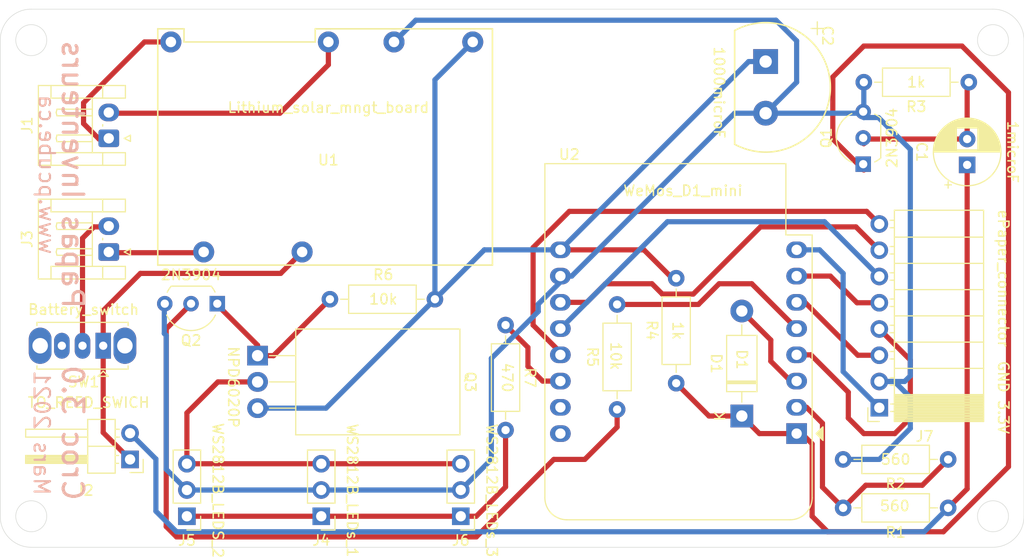
<source format=kicad_pcb>
(kicad_pcb (version 20171130) (host pcbnew 5.1.7-a382d34a8~88~ubuntu18.04.1)

  (general
    (thickness 1.6)
    (drawings 17)
    (tracks 167)
    (zones 0)
    (modules 23)
    (nets 26)
  )

  (page A4)
  (layers
    (0 F.Cu signal)
    (31 B.Cu signal)
    (32 B.Adhes user)
    (33 F.Adhes user)
    (34 B.Paste user)
    (35 F.Paste user)
    (36 B.SilkS user hide)
    (37 F.SilkS user)
    (38 B.Mask user)
    (39 F.Mask user)
    (40 Dwgs.User user)
    (41 Cmts.User user)
    (42 Eco1.User user)
    (43 Eco2.User user)
    (44 Edge.Cuts user)
    (45 Margin user)
    (46 B.CrtYd user)
    (47 F.CrtYd user)
    (48 B.Fab user)
    (49 F.Fab user)
  )

  (setup
    (last_trace_width 0.25)
    (user_trace_width 0.5)
    (trace_clearance 0.2)
    (zone_clearance 0.508)
    (zone_45_only no)
    (trace_min 0.2)
    (via_size 0.8)
    (via_drill 0.4)
    (via_min_size 0.4)
    (via_min_drill 0.3)
    (uvia_size 0.3)
    (uvia_drill 0.1)
    (uvias_allowed no)
    (uvia_min_size 0.2)
    (uvia_min_drill 0.1)
    (edge_width 0.05)
    (segment_width 0.2)
    (pcb_text_width 0.3)
    (pcb_text_size 1.5 1.5)
    (mod_edge_width 0.12)
    (mod_text_size 1 1)
    (mod_text_width 0.15)
    (pad_size 1.524 1.524)
    (pad_drill 0.762)
    (pad_to_mask_clearance 0)
    (aux_axis_origin 0 0)
    (grid_origin 100.775 67.625)
    (visible_elements FFFFFF7F)
    (pcbplotparams
      (layerselection 0x010fc_ffffffff)
      (usegerberextensions false)
      (usegerberattributes true)
      (usegerberadvancedattributes true)
      (creategerberjobfile true)
      (excludeedgelayer true)
      (linewidth 0.100000)
      (plotframeref false)
      (viasonmask false)
      (mode 1)
      (useauxorigin false)
      (hpglpennumber 1)
      (hpglpenspeed 20)
      (hpglpendiameter 15.000000)
      (psnegative false)
      (psa4output false)
      (plotreference true)
      (plotvalue true)
      (plotinvisibletext false)
      (padsonsilk false)
      (subtractmaskfromsilk false)
      (outputformat 1)
      (mirror false)
      (drillshape 1)
      (scaleselection 1)
      (outputdirectory ""))
  )

  (net 0 "")
  (net 1 "Net-(C1-Pad1)")
  (net 2 "Net-(C1-Pad2)")
  (net 3 +5V)
  (net 4 GND)
  (net 5 /WEMOS_RESET)
  (net 6 /D0)
  (net 7 /SOLAR+)
  (net 8 /SOLAR-)
  (net 9 /LED_VIN)
  (net 10 /3.3V)
  (net 11 "Net-(Q2-Pad2)")
  (net 12 /A0)
  (net 13 /DIN)
  (net 14 /CLK)
  (net 15 /CS)
  (net 16 /DC)
  (net 17 /RST)
  (net 18 /BUSY)
  (net 19 /MOSFET_CTRL)
  (net 20 /WS2812B_DATA_IN)
  (net 21 /LIPO-)
  (net 22 /LED_DIN)
  (net 23 "Net-(J2-Pad1)")
  (net 24 /LIPO+SWITCH)
  (net 25 "Net-(Q2-Pad1)")

  (net_class Default "This is the default net class."
    (clearance 0.2)
    (trace_width 0.25)
    (via_dia 0.8)
    (via_drill 0.4)
    (uvia_dia 0.3)
    (uvia_drill 0.1)
    (add_net +5V)
    (add_net /3.3V)
    (add_net /A0)
    (add_net /BUSY)
    (add_net /CLK)
    (add_net /CS)
    (add_net /D0)
    (add_net /DC)
    (add_net /DIN)
    (add_net /LED_DIN)
    (add_net /LED_VIN)
    (add_net /LIPO+SWITCH)
    (add_net /LIPO-)
    (add_net /MOSFET_CTRL)
    (add_net /RST)
    (add_net /SOLAR+)
    (add_net /SOLAR-)
    (add_net /WEMOS_RESET)
    (add_net /WS2812B_DATA_IN)
    (add_net GND)
    (add_net "Net-(C1-Pad1)")
    (add_net "Net-(C1-Pad2)")
    (add_net "Net-(J2-Pad1)")
    (add_net "Net-(Q2-Pad1)")
    (add_net "Net-(Q2-Pad2)")
  )

  (module Connector_JST:JST_EH_S2B-EH_1x02_P2.50mm_Horizontal (layer F.Cu) (tedit 5C281425) (tstamp 6054987D)
    (at 111.275 91.125 90)
    (descr "JST EH series connector, S2B-EH (http://www.jst-mfg.com/product/pdf/eng/eEH.pdf), generated with kicad-footprint-generator")
    (tags "connector JST EH horizontal")
    (path /6051F83C)
    (fp_text reference J3 (at 1.25 -7.9 90) (layer F.SilkS)
      (effects (font (size 1 1) (thickness 0.15)))
    )
    (fp_text value Lipo_Battery (at 1.25 2.7 90) (layer F.Fab)
      (effects (font (size 1 1) (thickness 0.15)))
    )
    (fp_text user %R (at 1.25 -2.6 90) (layer F.Fab)
      (effects (font (size 1 1) (thickness 0.15)))
    )
    (fp_line (start -1.5 -0.7) (end -1.5 1.5) (layer F.Fab) (width 0.1))
    (fp_line (start -1.5 1.5) (end -2.5 1.5) (layer F.Fab) (width 0.1))
    (fp_line (start -2.5 1.5) (end -2.5 -6.7) (layer F.Fab) (width 0.1))
    (fp_line (start -2.5 -6.7) (end 5 -6.7) (layer F.Fab) (width 0.1))
    (fp_line (start 5 -6.7) (end 5 1.5) (layer F.Fab) (width 0.1))
    (fp_line (start 5 1.5) (end 4 1.5) (layer F.Fab) (width 0.1))
    (fp_line (start 4 1.5) (end 4 -0.7) (layer F.Fab) (width 0.1))
    (fp_line (start 4 -0.7) (end -1.5 -0.7) (layer F.Fab) (width 0.1))
    (fp_line (start -3 -7.2) (end -3 2) (layer F.CrtYd) (width 0.05))
    (fp_line (start -3 2) (end 5.5 2) (layer F.CrtYd) (width 0.05))
    (fp_line (start 5.5 2) (end 5.5 -7.2) (layer F.CrtYd) (width 0.05))
    (fp_line (start 5.5 -7.2) (end -3 -7.2) (layer F.CrtYd) (width 0.05))
    (fp_line (start -1.39 -0.59) (end -1.39 1.61) (layer F.SilkS) (width 0.12))
    (fp_line (start -1.39 1.61) (end -2.61 1.61) (layer F.SilkS) (width 0.12))
    (fp_line (start -2.61 1.61) (end -2.61 -6.81) (layer F.SilkS) (width 0.12))
    (fp_line (start -2.61 -6.81) (end 5.11 -6.81) (layer F.SilkS) (width 0.12))
    (fp_line (start 5.11 -6.81) (end 5.11 1.61) (layer F.SilkS) (width 0.12))
    (fp_line (start 5.11 1.61) (end 3.89 1.61) (layer F.SilkS) (width 0.12))
    (fp_line (start 3.89 1.61) (end 3.89 -0.59) (layer F.SilkS) (width 0.12))
    (fp_line (start -2.61 -5.59) (end -1.39 -5.59) (layer F.SilkS) (width 0.12))
    (fp_line (start -1.39 -5.59) (end -1.39 -0.59) (layer F.SilkS) (width 0.12))
    (fp_line (start -1.39 -0.59) (end -2.61 -0.59) (layer F.SilkS) (width 0.12))
    (fp_line (start 5.11 -5.59) (end 3.89 -5.59) (layer F.SilkS) (width 0.12))
    (fp_line (start 3.89 -5.59) (end 3.89 -0.59) (layer F.SilkS) (width 0.12))
    (fp_line (start 3.89 -0.59) (end 5.11 -0.59) (layer F.SilkS) (width 0.12))
    (fp_line (start -1.39 -1.59) (end 3.89 -1.59) (layer F.SilkS) (width 0.12))
    (fp_line (start 0 -1.59) (end -0.32 -1.59) (layer F.SilkS) (width 0.12))
    (fp_line (start -0.32 -1.59) (end -0.32 -5.01) (layer F.SilkS) (width 0.12))
    (fp_line (start -0.32 -5.01) (end 0 -5.09) (layer F.SilkS) (width 0.12))
    (fp_line (start 0 -5.09) (end 0.32 -5.01) (layer F.SilkS) (width 0.12))
    (fp_line (start 0.32 -5.01) (end 0.32 -1.59) (layer F.SilkS) (width 0.12))
    (fp_line (start 0.32 -1.59) (end 0 -1.59) (layer F.SilkS) (width 0.12))
    (fp_line (start 1.17 -0.59) (end 1.33 -0.59) (layer F.SilkS) (width 0.12))
    (fp_line (start 2.5 -1.59) (end 2.18 -1.59) (layer F.SilkS) (width 0.12))
    (fp_line (start 2.18 -1.59) (end 2.18 -5.01) (layer F.SilkS) (width 0.12))
    (fp_line (start 2.18 -5.01) (end 2.5 -5.09) (layer F.SilkS) (width 0.12))
    (fp_line (start 2.5 -5.09) (end 2.82 -5.01) (layer F.SilkS) (width 0.12))
    (fp_line (start 2.82 -5.01) (end 2.82 -1.59) (layer F.SilkS) (width 0.12))
    (fp_line (start 2.82 -1.59) (end 2.5 -1.59) (layer F.SilkS) (width 0.12))
    (fp_line (start 0 1.5) (end -0.3 2.1) (layer F.SilkS) (width 0.12))
    (fp_line (start -0.3 2.1) (end 0.3 2.1) (layer F.SilkS) (width 0.12))
    (fp_line (start 0.3 2.1) (end 0 1.5) (layer F.SilkS) (width 0.12))
    (fp_line (start -0.5 -0.7) (end 0 -1.407107) (layer F.Fab) (width 0.1))
    (fp_line (start 0 -1.407107) (end 0.5 -0.7) (layer F.Fab) (width 0.1))
    (pad 2 thru_hole oval (at 2.5 0 90) (size 1.7 2) (drill 1) (layers *.Cu *.Mask)
      (net 24 /LIPO+SWITCH))
    (pad 1 thru_hole roundrect (at 0 0 90) (size 1.7 2) (drill 1) (layers *.Cu *.Mask) (roundrect_rratio 0.147059)
      (net 21 /LIPO-))
    (model ${KISYS3DMOD}/Connector_JST.3dshapes/JST_EH_S2B-EH_1x02_P2.50mm_Horizontal.wrl
      (at (xyz 0 0 0))
      (scale (xyz 1 1 1))
      (rotate (xyz 0 0 0))
    )
  )

  (module Connector_JST:JST_EH_S2B-EH_1x02_P2.50mm_Horizontal (layer F.Cu) (tedit 5C281425) (tstamp 60549818)
    (at 111.275 80.125 90)
    (descr "JST EH series connector, S2B-EH (http://www.jst-mfg.com/product/pdf/eng/eEH.pdf), generated with kicad-footprint-generator")
    (tags "connector JST EH horizontal")
    (path /60516B7C)
    (fp_text reference J1 (at 1.25 -7.9 90) (layer F.SilkS)
      (effects (font (size 1 1) (thickness 0.15)))
    )
    (fp_text value "Solar pannel" (at 1.25 2.7 90) (layer F.Fab)
      (effects (font (size 1 1) (thickness 0.15)))
    )
    (fp_text user %R (at 1.25 -2.6 90) (layer F.Fab)
      (effects (font (size 1 1) (thickness 0.15)))
    )
    (fp_line (start -1.5 -0.7) (end -1.5 1.5) (layer F.Fab) (width 0.1))
    (fp_line (start -1.5 1.5) (end -2.5 1.5) (layer F.Fab) (width 0.1))
    (fp_line (start -2.5 1.5) (end -2.5 -6.7) (layer F.Fab) (width 0.1))
    (fp_line (start -2.5 -6.7) (end 5 -6.7) (layer F.Fab) (width 0.1))
    (fp_line (start 5 -6.7) (end 5 1.5) (layer F.Fab) (width 0.1))
    (fp_line (start 5 1.5) (end 4 1.5) (layer F.Fab) (width 0.1))
    (fp_line (start 4 1.5) (end 4 -0.7) (layer F.Fab) (width 0.1))
    (fp_line (start 4 -0.7) (end -1.5 -0.7) (layer F.Fab) (width 0.1))
    (fp_line (start -3 -7.2) (end -3 2) (layer F.CrtYd) (width 0.05))
    (fp_line (start -3 2) (end 5.5 2) (layer F.CrtYd) (width 0.05))
    (fp_line (start 5.5 2) (end 5.5 -7.2) (layer F.CrtYd) (width 0.05))
    (fp_line (start 5.5 -7.2) (end -3 -7.2) (layer F.CrtYd) (width 0.05))
    (fp_line (start -1.39 -0.59) (end -1.39 1.61) (layer F.SilkS) (width 0.12))
    (fp_line (start -1.39 1.61) (end -2.61 1.61) (layer F.SilkS) (width 0.12))
    (fp_line (start -2.61 1.61) (end -2.61 -6.81) (layer F.SilkS) (width 0.12))
    (fp_line (start -2.61 -6.81) (end 5.11 -6.81) (layer F.SilkS) (width 0.12))
    (fp_line (start 5.11 -6.81) (end 5.11 1.61) (layer F.SilkS) (width 0.12))
    (fp_line (start 5.11 1.61) (end 3.89 1.61) (layer F.SilkS) (width 0.12))
    (fp_line (start 3.89 1.61) (end 3.89 -0.59) (layer F.SilkS) (width 0.12))
    (fp_line (start -2.61 -5.59) (end -1.39 -5.59) (layer F.SilkS) (width 0.12))
    (fp_line (start -1.39 -5.59) (end -1.39 -0.59) (layer F.SilkS) (width 0.12))
    (fp_line (start -1.39 -0.59) (end -2.61 -0.59) (layer F.SilkS) (width 0.12))
    (fp_line (start 5.11 -5.59) (end 3.89 -5.59) (layer F.SilkS) (width 0.12))
    (fp_line (start 3.89 -5.59) (end 3.89 -0.59) (layer F.SilkS) (width 0.12))
    (fp_line (start 3.89 -0.59) (end 5.11 -0.59) (layer F.SilkS) (width 0.12))
    (fp_line (start -1.39 -1.59) (end 3.89 -1.59) (layer F.SilkS) (width 0.12))
    (fp_line (start 0 -1.59) (end -0.32 -1.59) (layer F.SilkS) (width 0.12))
    (fp_line (start -0.32 -1.59) (end -0.32 -5.01) (layer F.SilkS) (width 0.12))
    (fp_line (start -0.32 -5.01) (end 0 -5.09) (layer F.SilkS) (width 0.12))
    (fp_line (start 0 -5.09) (end 0.32 -5.01) (layer F.SilkS) (width 0.12))
    (fp_line (start 0.32 -5.01) (end 0.32 -1.59) (layer F.SilkS) (width 0.12))
    (fp_line (start 0.32 -1.59) (end 0 -1.59) (layer F.SilkS) (width 0.12))
    (fp_line (start 1.17 -0.59) (end 1.33 -0.59) (layer F.SilkS) (width 0.12))
    (fp_line (start 2.5 -1.59) (end 2.18 -1.59) (layer F.SilkS) (width 0.12))
    (fp_line (start 2.18 -1.59) (end 2.18 -5.01) (layer F.SilkS) (width 0.12))
    (fp_line (start 2.18 -5.01) (end 2.5 -5.09) (layer F.SilkS) (width 0.12))
    (fp_line (start 2.5 -5.09) (end 2.82 -5.01) (layer F.SilkS) (width 0.12))
    (fp_line (start 2.82 -5.01) (end 2.82 -1.59) (layer F.SilkS) (width 0.12))
    (fp_line (start 2.82 -1.59) (end 2.5 -1.59) (layer F.SilkS) (width 0.12))
    (fp_line (start 0 1.5) (end -0.3 2.1) (layer F.SilkS) (width 0.12))
    (fp_line (start -0.3 2.1) (end 0.3 2.1) (layer F.SilkS) (width 0.12))
    (fp_line (start 0.3 2.1) (end 0 1.5) (layer F.SilkS) (width 0.12))
    (fp_line (start -0.5 -0.7) (end 0 -1.407107) (layer F.Fab) (width 0.1))
    (fp_line (start 0 -1.407107) (end 0.5 -0.7) (layer F.Fab) (width 0.1))
    (pad 2 thru_hole oval (at 2.5 0 90) (size 1.7 2) (drill 1) (layers *.Cu *.Mask)
      (net 7 /SOLAR+))
    (pad 1 thru_hole roundrect (at 0 0 90) (size 1.7 2) (drill 1) (layers *.Cu *.Mask) (roundrect_rratio 0.147059)
      (net 8 /SOLAR-))
    (model ${KISYS3DMOD}/Connector_JST.3dshapes/JST_EH_S2B-EH_1x02_P2.50mm_Horizontal.wrl
      (at (xyz 0 0 0))
      (scale (xyz 1 1 1))
      (rotate (xyz 0 0 0))
    )
  )

  (module Module:WEMOS_D1_mini_light (layer F.Cu) (tedit 5BBFB1CE) (tstamp 604C9EF0)
    (at 177.835 108.695 180)
    (descr "16-pin module, column spacing 22.86 mm (900 mils), https://wiki.wemos.cc/products:d1:d1_mini, https://c1.staticflickr.com/1/734/31400410271_f278b087db_z.jpg")
    (tags "ESP8266 WiFi microcontroller")
    (path /6035D94E)
    (fp_text reference U2 (at 22 27) (layer F.SilkS)
      (effects (font (size 1 1) (thickness 0.15)))
    )
    (fp_text value WeMos_D1_mini (at 11 23.5) (layer F.SilkS)
      (effects (font (size 1 1) (thickness 0.15)))
    )
    (fp_line (start 1.04 26.12) (end 24.36 26.12) (layer F.SilkS) (width 0.12))
    (fp_line (start -1.5 19.22) (end -1.5 -6.21) (layer F.SilkS) (width 0.12))
    (fp_line (start 24.36 26.12) (end 24.36 -6.21) (layer F.SilkS) (width 0.12))
    (fp_line (start 22.24 -8.34) (end 0.63 -8.34) (layer F.SilkS) (width 0.12))
    (fp_line (start 1.17 25.99) (end 24.23 25.99) (layer F.Fab) (width 0.1))
    (fp_line (start 24.23 25.99) (end 24.23 -6.21) (layer F.Fab) (width 0.1))
    (fp_line (start 22.23 -8.21) (end 0.63 -8.21) (layer F.Fab) (width 0.1))
    (fp_line (start -1.37 1) (end -1.37 19.09) (layer F.Fab) (width 0.1))
    (fp_line (start -1.62 -8.46) (end 24.48 -8.46) (layer F.CrtYd) (width 0.05))
    (fp_line (start 24.48 -8.41) (end 24.48 26.24) (layer F.CrtYd) (width 0.05))
    (fp_line (start 24.48 26.24) (end -1.62 26.24) (layer F.CrtYd) (width 0.05))
    (fp_line (start -1.62 26.24) (end -1.62 -8.46) (layer F.CrtYd) (width 0.05))
    (fp_poly (pts (xy -2.54 -0.635) (xy -2.54 0.635) (xy -1.905 0)) (layer F.SilkS) (width 0.15))
    (fp_line (start -1.35 -1.4) (end 24.25 -1.4) (layer Dwgs.User) (width 0.1))
    (fp_line (start 24.25 -1.4) (end 24.25 -8.2) (layer Dwgs.User) (width 0.1))
    (fp_line (start 24.25 -8.2) (end -1.35 -8.2) (layer Dwgs.User) (width 0.1))
    (fp_line (start -1.35 -8.2) (end -1.35 -1.4) (layer Dwgs.User) (width 0.1))
    (fp_line (start -1.35 -1.4) (end 5.45 -8.2) (layer Dwgs.User) (width 0.1))
    (fp_line (start 0.65 -1.4) (end 7.45 -8.2) (layer Dwgs.User) (width 0.1))
    (fp_line (start 2.65 -1.4) (end 9.45 -8.2) (layer Dwgs.User) (width 0.1))
    (fp_line (start 4.65 -1.4) (end 11.45 -8.2) (layer Dwgs.User) (width 0.1))
    (fp_line (start 6.65 -1.4) (end 13.45 -8.2) (layer Dwgs.User) (width 0.1))
    (fp_line (start 8.65 -1.4) (end 15.45 -8.2) (layer Dwgs.User) (width 0.1))
    (fp_line (start 10.65 -1.4) (end 17.45 -8.2) (layer Dwgs.User) (width 0.1))
    (fp_line (start 12.65 -1.4) (end 19.45 -8.2) (layer Dwgs.User) (width 0.1))
    (fp_line (start 14.65 -1.4) (end 21.45 -8.2) (layer Dwgs.User) (width 0.1))
    (fp_line (start 16.65 -1.4) (end 23.45 -8.2) (layer Dwgs.User) (width 0.1))
    (fp_line (start 18.65 -1.4) (end 24.25 -7) (layer Dwgs.User) (width 0.1))
    (fp_line (start 20.65 -1.4) (end 24.25 -5) (layer Dwgs.User) (width 0.1))
    (fp_line (start 22.65 -1.4) (end 24.25 -3) (layer Dwgs.User) (width 0.1))
    (fp_line (start -1.35 -3.4) (end 3.45 -8.2) (layer Dwgs.User) (width 0.1))
    (fp_line (start -1.3 -5.45) (end 1.45 -8.2) (layer Dwgs.User) (width 0.1))
    (fp_line (start -1.35 -7.4) (end -0.55 -8.2) (layer Dwgs.User) (width 0.1))
    (fp_line (start -1.37 19.09) (end 1.17 19.09) (layer F.Fab) (width 0.1))
    (fp_line (start 1.17 19.09) (end 1.17 25.99) (layer F.Fab) (width 0.1))
    (fp_line (start -1.37 -6.21) (end -1.37 -1) (layer F.Fab) (width 0.1))
    (fp_line (start -1.37 1) (end -0.37 0) (layer F.Fab) (width 0.1))
    (fp_line (start -0.37 0) (end -1.37 -1) (layer F.Fab) (width 0.1))
    (fp_line (start -1.5 19.22) (end 1.04 19.22) (layer F.SilkS) (width 0.12))
    (fp_line (start 1.04 19.22) (end 1.04 26.12) (layer F.SilkS) (width 0.12))
    (fp_text user %R (at 9 11.5) (layer F.Fab)
      (effects (font (size 1 1) (thickness 0.15)))
    )
    (fp_arc (start 0.63 -6.21) (end 0.63 -8.21) (angle -90) (layer F.Fab) (width 0.1))
    (fp_arc (start 22.23 -6.21) (end 24.23 -6.19) (angle -90) (layer F.Fab) (width 0.1))
    (fp_arc (start 0.63 -6.21) (end 0.63 -8.34) (angle -90) (layer F.SilkS) (width 0.12))
    (fp_arc (start 22.23 -6.21) (end 24.36 -6.21) (angle -90) (layer F.SilkS) (width 0.12))
    (fp_text user "KEEP OUT" (at 11.43 -6.35) (layer Cmts.User)
      (effects (font (size 1 1) (thickness 0.15)))
    )
    (fp_text user "No copper" (at 11.43 -3.81) (layer Cmts.User)
      (effects (font (size 1 1) (thickness 0.15)))
    )
    (pad 2 thru_hole oval (at 0 2.54 180) (size 2 1.6) (drill 1) (layers *.Cu *.Mask)
      (net 12 /A0))
    (pad 1 thru_hole rect (at 0 0 180) (size 2 2) (drill 1) (layers *.Cu *.Mask)
      (net 5 /WEMOS_RESET))
    (pad 3 thru_hole oval (at 0 5.08 180) (size 2 1.6) (drill 1) (layers *.Cu *.Mask)
      (net 6 /D0))
    (pad 4 thru_hole oval (at 0 7.62 180) (size 2 1.6) (drill 1) (layers *.Cu *.Mask)
      (net 14 /CLK))
    (pad 5 thru_hole oval (at 0 10.16 180) (size 2 1.6) (drill 1) (layers *.Cu *.Mask)
      (net 19 /MOSFET_CTRL))
    (pad 6 thru_hole oval (at 0 12.7 180) (size 2 1.6) (drill 1) (layers *.Cu *.Mask)
      (net 13 /DIN))
    (pad 7 thru_hole oval (at 0 15.24 180) (size 2 1.6) (drill 1) (layers *.Cu *.Mask)
      (net 15 /CS))
    (pad 8 thru_hole oval (at 0 17.78 180) (size 2 1.6) (drill 1) (layers *.Cu *.Mask)
      (net 10 /3.3V))
    (pad 9 thru_hole oval (at 22.86 17.78 180) (size 2 1.6) (drill 1) (layers *.Cu *.Mask)
      (net 3 +5V))
    (pad 10 thru_hole oval (at 22.86 15.24 180) (size 2 1.6) (drill 1) (layers *.Cu *.Mask)
      (net 4 GND))
    (pad 11 thru_hole oval (at 22.86 12.7 180) (size 2 1.6) (drill 1) (layers *.Cu *.Mask)
      (net 17 /RST))
    (pad 12 thru_hole oval (at 22.86 10.16 180) (size 2 1.6) (drill 1) (layers *.Cu *.Mask)
      (net 16 /DC))
    (pad 13 thru_hole oval (at 22.86 7.62 180) (size 2 1.6) (drill 1) (layers *.Cu *.Mask)
      (net 18 /BUSY))
    (pad 14 thru_hole oval (at 22.86 5.08 180) (size 2 1.6) (drill 1) (layers *.Cu *.Mask)
      (net 20 /WS2812B_DATA_IN))
    (pad 15 thru_hole oval (at 22.86 2.54 180) (size 2 1.6) (drill 1) (layers *.Cu *.Mask))
    (pad 16 thru_hole oval (at 22.86 0 180) (size 2 1.6) (drill 1) (layers *.Cu *.Mask))
    (model ${KISYS3DMOD}/Module.3dshapes/WEMOS_D1_mini_light.wrl
      (at (xyz 0 0 0))
      (scale (xyz 1 1 1))
      (rotate (xyz 0 0 0))
    )
    (model ${KISYS3DMOD}/Connector_PinHeader_2.54mm.3dshapes/PinHeader_1x08_P2.54mm_Vertical.wrl
      (offset (xyz 0 0 9.5))
      (scale (xyz 1 1 1))
      (rotate (xyz 0 -180 0))
    )
    (model ${KISYS3DMOD}/Connector_PinHeader_2.54mm.3dshapes/PinHeader_1x08_P2.54mm_Vertical.wrl
      (offset (xyz 22.86 0 9.5))
      (scale (xyz 1 1 1))
      (rotate (xyz 0 -180 0))
    )
    (model ${KISYS3DMOD}/Connector_PinSocket_2.54mm.3dshapes/PinSocket_1x08_P2.54mm_Vertical.wrl
      (at (xyz 0 0 0))
      (scale (xyz 1 1 1))
      (rotate (xyz 0 0 0))
    )
    (model ${KISYS3DMOD}/Connector_PinSocket_2.54mm.3dshapes/PinSocket_1x08_P2.54mm_Vertical.wrl
      (offset (xyz 22.86 0 0))
      (scale (xyz 1 1 1))
      (rotate (xyz 0 0 0))
    )
  )

  (module Capacitor_THT:CP_Radial_D6.3mm_P2.50mm (layer F.Cu) (tedit 5AE50EF0) (tstamp 604C9BCF)
    (at 194.335 82.695 90)
    (descr "CP, Radial series, Radial, pin pitch=2.50mm, , diameter=6.3mm, Electrolytic Capacitor")
    (tags "CP Radial series Radial pin pitch 2.50mm  diameter 6.3mm Electrolytic Capacitor")
    (path /604ACDC7)
    (fp_text reference C1 (at 1.25 -4.4 270 unlocked) (layer F.SilkS)
      (effects (font (size 1 1) (thickness 0.15)))
    )
    (fp_text value 1microF (at 1.25 4.4 270 unlocked) (layer F.SilkS)
      (effects (font (size 1 1) (thickness 0.15)))
    )
    (fp_circle (center 1.25 0) (end 4.4 0) (layer F.Fab) (width 0.1))
    (fp_circle (center 1.25 0) (end 4.52 0) (layer F.SilkS) (width 0.12))
    (fp_circle (center 1.25 0) (end 4.65 0) (layer F.CrtYd) (width 0.05))
    (fp_line (start -1.443972 -1.3735) (end -0.813972 -1.3735) (layer F.Fab) (width 0.1))
    (fp_line (start -1.128972 -1.6885) (end -1.128972 -1.0585) (layer F.Fab) (width 0.1))
    (fp_line (start 1.25 -3.23) (end 1.25 3.23) (layer F.SilkS) (width 0.12))
    (fp_line (start 1.29 -3.23) (end 1.29 3.23) (layer F.SilkS) (width 0.12))
    (fp_line (start 1.33 -3.23) (end 1.33 3.23) (layer F.SilkS) (width 0.12))
    (fp_line (start 1.37 -3.228) (end 1.37 3.228) (layer F.SilkS) (width 0.12))
    (fp_line (start 1.41 -3.227) (end 1.41 3.227) (layer F.SilkS) (width 0.12))
    (fp_line (start 1.45 -3.224) (end 1.45 3.224) (layer F.SilkS) (width 0.12))
    (fp_line (start 1.49 -3.222) (end 1.49 -1.04) (layer F.SilkS) (width 0.12))
    (fp_line (start 1.49 1.04) (end 1.49 3.222) (layer F.SilkS) (width 0.12))
    (fp_line (start 1.53 -3.218) (end 1.53 -1.04) (layer F.SilkS) (width 0.12))
    (fp_line (start 1.53 1.04) (end 1.53 3.218) (layer F.SilkS) (width 0.12))
    (fp_line (start 1.57 -3.215) (end 1.57 -1.04) (layer F.SilkS) (width 0.12))
    (fp_line (start 1.57 1.04) (end 1.57 3.215) (layer F.SilkS) (width 0.12))
    (fp_line (start 1.61 -3.211) (end 1.61 -1.04) (layer F.SilkS) (width 0.12))
    (fp_line (start 1.61 1.04) (end 1.61 3.211) (layer F.SilkS) (width 0.12))
    (fp_line (start 1.65 -3.206) (end 1.65 -1.04) (layer F.SilkS) (width 0.12))
    (fp_line (start 1.65 1.04) (end 1.65 3.206) (layer F.SilkS) (width 0.12))
    (fp_line (start 1.69 -3.201) (end 1.69 -1.04) (layer F.SilkS) (width 0.12))
    (fp_line (start 1.69 1.04) (end 1.69 3.201) (layer F.SilkS) (width 0.12))
    (fp_line (start 1.73 -3.195) (end 1.73 -1.04) (layer F.SilkS) (width 0.12))
    (fp_line (start 1.73 1.04) (end 1.73 3.195) (layer F.SilkS) (width 0.12))
    (fp_line (start 1.77 -3.189) (end 1.77 -1.04) (layer F.SilkS) (width 0.12))
    (fp_line (start 1.77 1.04) (end 1.77 3.189) (layer F.SilkS) (width 0.12))
    (fp_line (start 1.81 -3.182) (end 1.81 -1.04) (layer F.SilkS) (width 0.12))
    (fp_line (start 1.81 1.04) (end 1.81 3.182) (layer F.SilkS) (width 0.12))
    (fp_line (start 1.85 -3.175) (end 1.85 -1.04) (layer F.SilkS) (width 0.12))
    (fp_line (start 1.85 1.04) (end 1.85 3.175) (layer F.SilkS) (width 0.12))
    (fp_line (start 1.89 -3.167) (end 1.89 -1.04) (layer F.SilkS) (width 0.12))
    (fp_line (start 1.89 1.04) (end 1.89 3.167) (layer F.SilkS) (width 0.12))
    (fp_line (start 1.93 -3.159) (end 1.93 -1.04) (layer F.SilkS) (width 0.12))
    (fp_line (start 1.93 1.04) (end 1.93 3.159) (layer F.SilkS) (width 0.12))
    (fp_line (start 1.971 -3.15) (end 1.971 -1.04) (layer F.SilkS) (width 0.12))
    (fp_line (start 1.971 1.04) (end 1.971 3.15) (layer F.SilkS) (width 0.12))
    (fp_line (start 2.011 -3.141) (end 2.011 -1.04) (layer F.SilkS) (width 0.12))
    (fp_line (start 2.011 1.04) (end 2.011 3.141) (layer F.SilkS) (width 0.12))
    (fp_line (start 2.051 -3.131) (end 2.051 -1.04) (layer F.SilkS) (width 0.12))
    (fp_line (start 2.051 1.04) (end 2.051 3.131) (layer F.SilkS) (width 0.12))
    (fp_line (start 2.091 -3.121) (end 2.091 -1.04) (layer F.SilkS) (width 0.12))
    (fp_line (start 2.091 1.04) (end 2.091 3.121) (layer F.SilkS) (width 0.12))
    (fp_line (start 2.131 -3.11) (end 2.131 -1.04) (layer F.SilkS) (width 0.12))
    (fp_line (start 2.131 1.04) (end 2.131 3.11) (layer F.SilkS) (width 0.12))
    (fp_line (start 2.171 -3.098) (end 2.171 -1.04) (layer F.SilkS) (width 0.12))
    (fp_line (start 2.171 1.04) (end 2.171 3.098) (layer F.SilkS) (width 0.12))
    (fp_line (start 2.211 -3.086) (end 2.211 -1.04) (layer F.SilkS) (width 0.12))
    (fp_line (start 2.211 1.04) (end 2.211 3.086) (layer F.SilkS) (width 0.12))
    (fp_line (start 2.251 -3.074) (end 2.251 -1.04) (layer F.SilkS) (width 0.12))
    (fp_line (start 2.251 1.04) (end 2.251 3.074) (layer F.SilkS) (width 0.12))
    (fp_line (start 2.291 -3.061) (end 2.291 -1.04) (layer F.SilkS) (width 0.12))
    (fp_line (start 2.291 1.04) (end 2.291 3.061) (layer F.SilkS) (width 0.12))
    (fp_line (start 2.331 -3.047) (end 2.331 -1.04) (layer F.SilkS) (width 0.12))
    (fp_line (start 2.331 1.04) (end 2.331 3.047) (layer F.SilkS) (width 0.12))
    (fp_line (start 2.371 -3.033) (end 2.371 -1.04) (layer F.SilkS) (width 0.12))
    (fp_line (start 2.371 1.04) (end 2.371 3.033) (layer F.SilkS) (width 0.12))
    (fp_line (start 2.411 -3.018) (end 2.411 -1.04) (layer F.SilkS) (width 0.12))
    (fp_line (start 2.411 1.04) (end 2.411 3.018) (layer F.SilkS) (width 0.12))
    (fp_line (start 2.451 -3.002) (end 2.451 -1.04) (layer F.SilkS) (width 0.12))
    (fp_line (start 2.451 1.04) (end 2.451 3.002) (layer F.SilkS) (width 0.12))
    (fp_line (start 2.491 -2.986) (end 2.491 -1.04) (layer F.SilkS) (width 0.12))
    (fp_line (start 2.491 1.04) (end 2.491 2.986) (layer F.SilkS) (width 0.12))
    (fp_line (start 2.531 -2.97) (end 2.531 -1.04) (layer F.SilkS) (width 0.12))
    (fp_line (start 2.531 1.04) (end 2.531 2.97) (layer F.SilkS) (width 0.12))
    (fp_line (start 2.571 -2.952) (end 2.571 -1.04) (layer F.SilkS) (width 0.12))
    (fp_line (start 2.571 1.04) (end 2.571 2.952) (layer F.SilkS) (width 0.12))
    (fp_line (start 2.611 -2.934) (end 2.611 -1.04) (layer F.SilkS) (width 0.12))
    (fp_line (start 2.611 1.04) (end 2.611 2.934) (layer F.SilkS) (width 0.12))
    (fp_line (start 2.651 -2.916) (end 2.651 -1.04) (layer F.SilkS) (width 0.12))
    (fp_line (start 2.651 1.04) (end 2.651 2.916) (layer F.SilkS) (width 0.12))
    (fp_line (start 2.691 -2.896) (end 2.691 -1.04) (layer F.SilkS) (width 0.12))
    (fp_line (start 2.691 1.04) (end 2.691 2.896) (layer F.SilkS) (width 0.12))
    (fp_line (start 2.731 -2.876) (end 2.731 -1.04) (layer F.SilkS) (width 0.12))
    (fp_line (start 2.731 1.04) (end 2.731 2.876) (layer F.SilkS) (width 0.12))
    (fp_line (start 2.771 -2.856) (end 2.771 -1.04) (layer F.SilkS) (width 0.12))
    (fp_line (start 2.771 1.04) (end 2.771 2.856) (layer F.SilkS) (width 0.12))
    (fp_line (start 2.811 -2.834) (end 2.811 -1.04) (layer F.SilkS) (width 0.12))
    (fp_line (start 2.811 1.04) (end 2.811 2.834) (layer F.SilkS) (width 0.12))
    (fp_line (start 2.851 -2.812) (end 2.851 -1.04) (layer F.SilkS) (width 0.12))
    (fp_line (start 2.851 1.04) (end 2.851 2.812) (layer F.SilkS) (width 0.12))
    (fp_line (start 2.891 -2.79) (end 2.891 -1.04) (layer F.SilkS) (width 0.12))
    (fp_line (start 2.891 1.04) (end 2.891 2.79) (layer F.SilkS) (width 0.12))
    (fp_line (start 2.931 -2.766) (end 2.931 -1.04) (layer F.SilkS) (width 0.12))
    (fp_line (start 2.931 1.04) (end 2.931 2.766) (layer F.SilkS) (width 0.12))
    (fp_line (start 2.971 -2.742) (end 2.971 -1.04) (layer F.SilkS) (width 0.12))
    (fp_line (start 2.971 1.04) (end 2.971 2.742) (layer F.SilkS) (width 0.12))
    (fp_line (start 3.011 -2.716) (end 3.011 -1.04) (layer F.SilkS) (width 0.12))
    (fp_line (start 3.011 1.04) (end 3.011 2.716) (layer F.SilkS) (width 0.12))
    (fp_line (start 3.051 -2.69) (end 3.051 -1.04) (layer F.SilkS) (width 0.12))
    (fp_line (start 3.051 1.04) (end 3.051 2.69) (layer F.SilkS) (width 0.12))
    (fp_line (start 3.091 -2.664) (end 3.091 -1.04) (layer F.SilkS) (width 0.12))
    (fp_line (start 3.091 1.04) (end 3.091 2.664) (layer F.SilkS) (width 0.12))
    (fp_line (start 3.131 -2.636) (end 3.131 -1.04) (layer F.SilkS) (width 0.12))
    (fp_line (start 3.131 1.04) (end 3.131 2.636) (layer F.SilkS) (width 0.12))
    (fp_line (start 3.171 -2.607) (end 3.171 -1.04) (layer F.SilkS) (width 0.12))
    (fp_line (start 3.171 1.04) (end 3.171 2.607) (layer F.SilkS) (width 0.12))
    (fp_line (start 3.211 -2.578) (end 3.211 -1.04) (layer F.SilkS) (width 0.12))
    (fp_line (start 3.211 1.04) (end 3.211 2.578) (layer F.SilkS) (width 0.12))
    (fp_line (start 3.251 -2.548) (end 3.251 -1.04) (layer F.SilkS) (width 0.12))
    (fp_line (start 3.251 1.04) (end 3.251 2.548) (layer F.SilkS) (width 0.12))
    (fp_line (start 3.291 -2.516) (end 3.291 -1.04) (layer F.SilkS) (width 0.12))
    (fp_line (start 3.291 1.04) (end 3.291 2.516) (layer F.SilkS) (width 0.12))
    (fp_line (start 3.331 -2.484) (end 3.331 -1.04) (layer F.SilkS) (width 0.12))
    (fp_line (start 3.331 1.04) (end 3.331 2.484) (layer F.SilkS) (width 0.12))
    (fp_line (start 3.371 -2.45) (end 3.371 -1.04) (layer F.SilkS) (width 0.12))
    (fp_line (start 3.371 1.04) (end 3.371 2.45) (layer F.SilkS) (width 0.12))
    (fp_line (start 3.411 -2.416) (end 3.411 -1.04) (layer F.SilkS) (width 0.12))
    (fp_line (start 3.411 1.04) (end 3.411 2.416) (layer F.SilkS) (width 0.12))
    (fp_line (start 3.451 -2.38) (end 3.451 -1.04) (layer F.SilkS) (width 0.12))
    (fp_line (start 3.451 1.04) (end 3.451 2.38) (layer F.SilkS) (width 0.12))
    (fp_line (start 3.491 -2.343) (end 3.491 -1.04) (layer F.SilkS) (width 0.12))
    (fp_line (start 3.491 1.04) (end 3.491 2.343) (layer F.SilkS) (width 0.12))
    (fp_line (start 3.531 -2.305) (end 3.531 -1.04) (layer F.SilkS) (width 0.12))
    (fp_line (start 3.531 1.04) (end 3.531 2.305) (layer F.SilkS) (width 0.12))
    (fp_line (start 3.571 -2.265) (end 3.571 2.265) (layer F.SilkS) (width 0.12))
    (fp_line (start 3.611 -2.224) (end 3.611 2.224) (layer F.SilkS) (width 0.12))
    (fp_line (start 3.651 -2.182) (end 3.651 2.182) (layer F.SilkS) (width 0.12))
    (fp_line (start 3.691 -2.137) (end 3.691 2.137) (layer F.SilkS) (width 0.12))
    (fp_line (start 3.731 -2.092) (end 3.731 2.092) (layer F.SilkS) (width 0.12))
    (fp_line (start 3.771 -2.044) (end 3.771 2.044) (layer F.SilkS) (width 0.12))
    (fp_line (start 3.811 -1.995) (end 3.811 1.995) (layer F.SilkS) (width 0.12))
    (fp_line (start 3.851 -1.944) (end 3.851 1.944) (layer F.SilkS) (width 0.12))
    (fp_line (start 3.891 -1.89) (end 3.891 1.89) (layer F.SilkS) (width 0.12))
    (fp_line (start 3.931 -1.834) (end 3.931 1.834) (layer F.SilkS) (width 0.12))
    (fp_line (start 3.971 -1.776) (end 3.971 1.776) (layer F.SilkS) (width 0.12))
    (fp_line (start 4.011 -1.714) (end 4.011 1.714) (layer F.SilkS) (width 0.12))
    (fp_line (start 4.051 -1.65) (end 4.051 1.65) (layer F.SilkS) (width 0.12))
    (fp_line (start 4.091 -1.581) (end 4.091 1.581) (layer F.SilkS) (width 0.12))
    (fp_line (start 4.131 -1.509) (end 4.131 1.509) (layer F.SilkS) (width 0.12))
    (fp_line (start 4.171 -1.432) (end 4.171 1.432) (layer F.SilkS) (width 0.12))
    (fp_line (start 4.211 -1.35) (end 4.211 1.35) (layer F.SilkS) (width 0.12))
    (fp_line (start 4.251 -1.262) (end 4.251 1.262) (layer F.SilkS) (width 0.12))
    (fp_line (start 4.291 -1.165) (end 4.291 1.165) (layer F.SilkS) (width 0.12))
    (fp_line (start 4.331 -1.059) (end 4.331 1.059) (layer F.SilkS) (width 0.12))
    (fp_line (start 4.371 -0.94) (end 4.371 0.94) (layer F.SilkS) (width 0.12))
    (fp_line (start 4.411 -0.802) (end 4.411 0.802) (layer F.SilkS) (width 0.12))
    (fp_line (start 4.451 -0.633) (end 4.451 0.633) (layer F.SilkS) (width 0.12))
    (fp_line (start 4.491 -0.402) (end 4.491 0.402) (layer F.SilkS) (width 0.12))
    (fp_line (start -2.250241 -1.839) (end -1.620241 -1.839) (layer F.SilkS) (width 0.12))
    (fp_line (start -1.935241 -2.154) (end -1.935241 -1.524) (layer F.SilkS) (width 0.12))
    (fp_text user %R (at 1.25 0 90) (layer F.Fab)
      (effects (font (size 1 1) (thickness 0.15)))
    )
    (pad 1 thru_hole rect (at 0 0 90) (size 1.6 1.6) (drill 0.8) (layers *.Cu *.Mask)
      (net 1 "Net-(C1-Pad1)"))
    (pad 2 thru_hole circle (at 2.5 0 90) (size 1.6 1.6) (drill 0.8) (layers *.Cu *.Mask)
      (net 2 "Net-(C1-Pad2)"))
    (model ${KISYS3DMOD}/Capacitor_THT.3dshapes/CP_Radial_D6.3mm_P2.50mm.wrl
      (at (xyz 0 0 0))
      (scale (xyz 1 1 1))
      (rotate (xyz 0 0 0))
    )
  )

  (module lib_fp:Edge_CP_Radial_D12.5mm_P5.00mm (layer F.Cu) (tedit 5E2673B7) (tstamp 604E5C03)
    (at 174.835 75.195 270)
    (descr "CP, Radial series, Radial, pin pitch=5.00mm, , diameter=12.5mm, Electrolytic Capacitor")
    (tags "CP Radial series Radial pin pitch 5.00mm  diameter 12.5mm Electrolytic Capacitor")
    (path /604FA0D7)
    (fp_text reference C2 (at -5 -6 270 unlocked) (layer F.SilkS)
      (effects (font (size 1 1) (thickness 0.15)))
    )
    (fp_text value 1000microF (at 0.5 4.5 270 unlocked) (layer F.SilkS)
      (effects (font (size 1 1) (thickness 0.15)))
    )
    (fp_line (start -6.35 -5) (end -5.1 -5) (layer F.SilkS) (width 0.12))
    (fp_line (start -5.7 -5.65) (end -5.7 -4.4) (layer F.SilkS) (width 0.12))
    (fp_line (start 5.499999 2.999999) (end -5.5 3) (layer F.SilkS) (width 0.15))
    (fp_text user %R (at 0 -2.5 90) (layer F.Fab)
      (effects (font (size 1 1) (thickness 0.15)))
    )
    (fp_arc (start 0 0) (end 5.499999 2.999999) (angle -236.9112154) (layer F.SilkS) (width 0.15))
    (pad 1 thru_hole rect (at -2.5 0 270) (size 2.4 2.4) (drill 1.2) (layers *.Cu *.Mask)
      (net 3 +5V))
    (pad 2 thru_hole circle (at 2.5 0 270) (size 2.4 2.4) (drill 1.2) (layers *.Cu *.Mask)
      (net 4 GND))
    (model ${KISYS3DMOD}/Capacitor_THT.3dshapes/CP_Radial_D12.5mm_P5.00mm.wrl
      (at (xyz 0 0 0))
      (scale (xyz 1 1 1))
      (rotate (xyz 0 0 0))
    )
  )

  (module Connector_PinHeader_2.54mm:PinHeader_1x02_P2.54mm_Horizontal (layer F.Cu) (tedit 59FED5CB) (tstamp 604C9C5F)
    (at 113.335 111.195 180)
    (descr "Through hole angled pin header, 1x02, 2.54mm pitch, 6mm pin length, single row")
    (tags "Through hole angled pin header THT 1x02 2.54mm single row")
    (path /605D460F)
    (fp_text reference J2 (at 4.385 -3) (layer F.SilkS)
      (effects (font (size 1 1) (thickness 0.15)))
    )
    (fp_text value TO_REED_SWICH (at 4 5.5) (layer F.SilkS)
      (effects (font (size 1 1) (thickness 0.15)))
    )
    (fp_line (start 2.135 -1.27) (end 4.04 -1.27) (layer F.Fab) (width 0.1))
    (fp_line (start 4.04 -1.27) (end 4.04 3.81) (layer F.Fab) (width 0.1))
    (fp_line (start 4.04 3.81) (end 1.5 3.81) (layer F.Fab) (width 0.1))
    (fp_line (start 1.5 3.81) (end 1.5 -0.635) (layer F.Fab) (width 0.1))
    (fp_line (start 1.5 -0.635) (end 2.135 -1.27) (layer F.Fab) (width 0.1))
    (fp_line (start -0.32 -0.32) (end 1.5 -0.32) (layer F.Fab) (width 0.1))
    (fp_line (start -0.32 -0.32) (end -0.32 0.32) (layer F.Fab) (width 0.1))
    (fp_line (start -0.32 0.32) (end 1.5 0.32) (layer F.Fab) (width 0.1))
    (fp_line (start 4.04 -0.32) (end 10.04 -0.32) (layer F.Fab) (width 0.1))
    (fp_line (start 10.04 -0.32) (end 10.04 0.32) (layer F.Fab) (width 0.1))
    (fp_line (start 4.04 0.32) (end 10.04 0.32) (layer F.Fab) (width 0.1))
    (fp_line (start -0.32 2.22) (end 1.5 2.22) (layer F.Fab) (width 0.1))
    (fp_line (start -0.32 2.22) (end -0.32 2.86) (layer F.Fab) (width 0.1))
    (fp_line (start -0.32 2.86) (end 1.5 2.86) (layer F.Fab) (width 0.1))
    (fp_line (start 4.04 2.22) (end 10.04 2.22) (layer F.Fab) (width 0.1))
    (fp_line (start 10.04 2.22) (end 10.04 2.86) (layer F.Fab) (width 0.1))
    (fp_line (start 4.04 2.86) (end 10.04 2.86) (layer F.Fab) (width 0.1))
    (fp_line (start 1.44 -1.33) (end 1.44 3.87) (layer F.SilkS) (width 0.12))
    (fp_line (start 1.44 3.87) (end 4.1 3.87) (layer F.SilkS) (width 0.12))
    (fp_line (start 4.1 3.87) (end 4.1 -1.33) (layer F.SilkS) (width 0.12))
    (fp_line (start 4.1 -1.33) (end 1.44 -1.33) (layer F.SilkS) (width 0.12))
    (fp_line (start 4.1 -0.38) (end 10.1 -0.38) (layer F.SilkS) (width 0.12))
    (fp_line (start 10.1 -0.38) (end 10.1 0.38) (layer F.SilkS) (width 0.12))
    (fp_line (start 10.1 0.38) (end 4.1 0.38) (layer F.SilkS) (width 0.12))
    (fp_line (start 4.1 -0.32) (end 10.1 -0.32) (layer F.SilkS) (width 0.12))
    (fp_line (start 4.1 -0.2) (end 10.1 -0.2) (layer F.SilkS) (width 0.12))
    (fp_line (start 4.1 -0.08) (end 10.1 -0.08) (layer F.SilkS) (width 0.12))
    (fp_line (start 4.1 0.04) (end 10.1 0.04) (layer F.SilkS) (width 0.12))
    (fp_line (start 4.1 0.16) (end 10.1 0.16) (layer F.SilkS) (width 0.12))
    (fp_line (start 4.1 0.28) (end 10.1 0.28) (layer F.SilkS) (width 0.12))
    (fp_line (start 1.11 -0.38) (end 1.44 -0.38) (layer F.SilkS) (width 0.12))
    (fp_line (start 1.11 0.38) (end 1.44 0.38) (layer F.SilkS) (width 0.12))
    (fp_line (start 1.44 1.27) (end 4.1 1.27) (layer F.SilkS) (width 0.12))
    (fp_line (start 4.1 2.16) (end 10.1 2.16) (layer F.SilkS) (width 0.12))
    (fp_line (start 10.1 2.16) (end 10.1 2.92) (layer F.SilkS) (width 0.12))
    (fp_line (start 10.1 2.92) (end 4.1 2.92) (layer F.SilkS) (width 0.12))
    (fp_line (start 1.042929 2.16) (end 1.44 2.16) (layer F.SilkS) (width 0.12))
    (fp_line (start 1.042929 2.92) (end 1.44 2.92) (layer F.SilkS) (width 0.12))
    (fp_line (start -1.27 0) (end -1.27 -1.27) (layer F.SilkS) (width 0.12))
    (fp_line (start -1.27 -1.27) (end 0 -1.27) (layer F.SilkS) (width 0.12))
    (fp_line (start -1.8 -1.8) (end -1.8 4.35) (layer F.CrtYd) (width 0.05))
    (fp_line (start -1.8 4.35) (end 10.55 4.35) (layer F.CrtYd) (width 0.05))
    (fp_line (start 10.55 4.35) (end 10.55 -1.8) (layer F.CrtYd) (width 0.05))
    (fp_line (start 10.55 -1.8) (end -1.8 -1.8) (layer F.CrtYd) (width 0.05))
    (fp_text user %R (at 2.77 1.27 90) (layer F.Fab)
      (effects (font (size 1 1) (thickness 0.15)))
    )
    (pad 1 thru_hole rect (at 0 0 180) (size 1.7 1.7) (drill 1) (layers *.Cu *.Mask)
      (net 23 "Net-(J2-Pad1)"))
    (pad 2 thru_hole oval (at 0 2.54 180) (size 1.7 1.7) (drill 1) (layers *.Cu *.Mask)
      (net 1 "Net-(C1-Pad1)"))
    (model ${KISYS3DMOD}/Connector_PinHeader_2.54mm.3dshapes/PinHeader_1x02_P2.54mm_Horizontal.wrl
      (at (xyz 0 0 0))
      (scale (xyz 1 1 1))
      (rotate (xyz 0 0 0))
    )
  )

  (module Connector_PinSocket_2.54mm:PinSocket_1x08_P2.54mm_Horizontal (layer F.Cu) (tedit 5A19A421) (tstamp 604C9DB2)
    (at 185.835 106.195 180)
    (descr "Through hole angled socket strip, 1x08, 2.54mm pitch, 8.51mm socket length, single row (from Kicad 4.0.7), script generated")
    (tags "Through hole angled socket strip THT 1x08 2.54mm single row")
    (path /603EFD3C)
    (fp_text reference J7 (at -4.38 -2.77) (layer F.SilkS)
      (effects (font (size 1 1) (thickness 0.15)))
    )
    (fp_text value ePaper_connector (at -12 12.5 270 unlocked) (layer F.SilkS)
      (effects (font (size 1 1) (thickness 0.15)))
    )
    (fp_text user %R (at -5.775 8.89 90) (layer F.Fab)
      (effects (font (size 1 1) (thickness 0.15)))
    )
    (fp_line (start 1.75 19.55) (end 1.75 -1.8) (layer F.CrtYd) (width 0.05))
    (fp_line (start -10.55 19.55) (end 1.75 19.55) (layer F.CrtYd) (width 0.05))
    (fp_line (start -10.55 -1.8) (end -10.55 19.55) (layer F.CrtYd) (width 0.05))
    (fp_line (start 1.75 -1.8) (end -10.55 -1.8) (layer F.CrtYd) (width 0.05))
    (fp_line (start 0 -1.33) (end 1.11 -1.33) (layer F.SilkS) (width 0.12))
    (fp_line (start 1.11 -1.33) (end 1.11 0) (layer F.SilkS) (width 0.12))
    (fp_line (start -10.09 -1.33) (end -10.09 19.11) (layer F.SilkS) (width 0.12))
    (fp_line (start -10.09 19.11) (end -1.46 19.11) (layer F.SilkS) (width 0.12))
    (fp_line (start -1.46 -1.33) (end -1.46 19.11) (layer F.SilkS) (width 0.12))
    (fp_line (start -10.09 -1.33) (end -1.46 -1.33) (layer F.SilkS) (width 0.12))
    (fp_line (start -10.09 16.51) (end -1.46 16.51) (layer F.SilkS) (width 0.12))
    (fp_line (start -10.09 13.97) (end -1.46 13.97) (layer F.SilkS) (width 0.12))
    (fp_line (start -10.09 11.43) (end -1.46 11.43) (layer F.SilkS) (width 0.12))
    (fp_line (start -10.09 8.89) (end -1.46 8.89) (layer F.SilkS) (width 0.12))
    (fp_line (start -10.09 6.35) (end -1.46 6.35) (layer F.SilkS) (width 0.12))
    (fp_line (start -10.09 3.81) (end -1.46 3.81) (layer F.SilkS) (width 0.12))
    (fp_line (start -10.09 1.27) (end -1.46 1.27) (layer F.SilkS) (width 0.12))
    (fp_line (start -1.46 18.14) (end -1.05 18.14) (layer F.SilkS) (width 0.12))
    (fp_line (start -1.46 17.42) (end -1.05 17.42) (layer F.SilkS) (width 0.12))
    (fp_line (start -1.46 15.6) (end -1.05 15.6) (layer F.SilkS) (width 0.12))
    (fp_line (start -1.46 14.88) (end -1.05 14.88) (layer F.SilkS) (width 0.12))
    (fp_line (start -1.46 13.06) (end -1.05 13.06) (layer F.SilkS) (width 0.12))
    (fp_line (start -1.46 12.34) (end -1.05 12.34) (layer F.SilkS) (width 0.12))
    (fp_line (start -1.46 10.52) (end -1.05 10.52) (layer F.SilkS) (width 0.12))
    (fp_line (start -1.46 9.8) (end -1.05 9.8) (layer F.SilkS) (width 0.12))
    (fp_line (start -1.46 7.98) (end -1.05 7.98) (layer F.SilkS) (width 0.12))
    (fp_line (start -1.46 7.26) (end -1.05 7.26) (layer F.SilkS) (width 0.12))
    (fp_line (start -1.46 5.44) (end -1.05 5.44) (layer F.SilkS) (width 0.12))
    (fp_line (start -1.46 4.72) (end -1.05 4.72) (layer F.SilkS) (width 0.12))
    (fp_line (start -1.46 2.9) (end -1.05 2.9) (layer F.SilkS) (width 0.12))
    (fp_line (start -1.46 2.18) (end -1.05 2.18) (layer F.SilkS) (width 0.12))
    (fp_line (start -1.46 0.36) (end -1.11 0.36) (layer F.SilkS) (width 0.12))
    (fp_line (start -1.46 -0.36) (end -1.11 -0.36) (layer F.SilkS) (width 0.12))
    (fp_line (start -10.09 1.1519) (end -1.46 1.1519) (layer F.SilkS) (width 0.12))
    (fp_line (start -10.09 1.033805) (end -1.46 1.033805) (layer F.SilkS) (width 0.12))
    (fp_line (start -10.09 0.91571) (end -1.46 0.91571) (layer F.SilkS) (width 0.12))
    (fp_line (start -10.09 0.797615) (end -1.46 0.797615) (layer F.SilkS) (width 0.12))
    (fp_line (start -10.09 0.67952) (end -1.46 0.67952) (layer F.SilkS) (width 0.12))
    (fp_line (start -10.09 0.561425) (end -1.46 0.561425) (layer F.SilkS) (width 0.12))
    (fp_line (start -10.09 0.44333) (end -1.46 0.44333) (layer F.SilkS) (width 0.12))
    (fp_line (start -10.09 0.325235) (end -1.46 0.325235) (layer F.SilkS) (width 0.12))
    (fp_line (start -10.09 0.20714) (end -1.46 0.20714) (layer F.SilkS) (width 0.12))
    (fp_line (start -10.09 0.089045) (end -1.46 0.089045) (layer F.SilkS) (width 0.12))
    (fp_line (start -10.09 -0.02905) (end -1.46 -0.02905) (layer F.SilkS) (width 0.12))
    (fp_line (start -10.09 -0.147145) (end -1.46 -0.147145) (layer F.SilkS) (width 0.12))
    (fp_line (start -10.09 -0.26524) (end -1.46 -0.26524) (layer F.SilkS) (width 0.12))
    (fp_line (start -10.09 -0.383335) (end -1.46 -0.383335) (layer F.SilkS) (width 0.12))
    (fp_line (start -10.09 -0.50143) (end -1.46 -0.50143) (layer F.SilkS) (width 0.12))
    (fp_line (start -10.09 -0.619525) (end -1.46 -0.619525) (layer F.SilkS) (width 0.12))
    (fp_line (start -10.09 -0.73762) (end -1.46 -0.73762) (layer F.SilkS) (width 0.12))
    (fp_line (start -10.09 -0.855715) (end -1.46 -0.855715) (layer F.SilkS) (width 0.12))
    (fp_line (start -10.09 -0.97381) (end -1.46 -0.97381) (layer F.SilkS) (width 0.12))
    (fp_line (start -10.09 -1.091905) (end -1.46 -1.091905) (layer F.SilkS) (width 0.12))
    (fp_line (start -10.09 -1.21) (end -1.46 -1.21) (layer F.SilkS) (width 0.12))
    (fp_line (start 0 18.08) (end 0 17.48) (layer F.Fab) (width 0.1))
    (fp_line (start -1.52 18.08) (end 0 18.08) (layer F.Fab) (width 0.1))
    (fp_line (start 0 17.48) (end -1.52 17.48) (layer F.Fab) (width 0.1))
    (fp_line (start 0 15.54) (end 0 14.94) (layer F.Fab) (width 0.1))
    (fp_line (start -1.52 15.54) (end 0 15.54) (layer F.Fab) (width 0.1))
    (fp_line (start 0 14.94) (end -1.52 14.94) (layer F.Fab) (width 0.1))
    (fp_line (start 0 13) (end 0 12.4) (layer F.Fab) (width 0.1))
    (fp_line (start -1.52 13) (end 0 13) (layer F.Fab) (width 0.1))
    (fp_line (start 0 12.4) (end -1.52 12.4) (layer F.Fab) (width 0.1))
    (fp_line (start 0 10.46) (end 0 9.86) (layer F.Fab) (width 0.1))
    (fp_line (start -1.52 10.46) (end 0 10.46) (layer F.Fab) (width 0.1))
    (fp_line (start 0 9.86) (end -1.52 9.86) (layer F.Fab) (width 0.1))
    (fp_line (start 0 7.92) (end 0 7.32) (layer F.Fab) (width 0.1))
    (fp_line (start -1.52 7.92) (end 0 7.92) (layer F.Fab) (width 0.1))
    (fp_line (start 0 7.32) (end -1.52 7.32) (layer F.Fab) (width 0.1))
    (fp_line (start 0 5.38) (end 0 4.78) (layer F.Fab) (width 0.1))
    (fp_line (start -1.52 5.38) (end 0 5.38) (layer F.Fab) (width 0.1))
    (fp_line (start 0 4.78) (end -1.52 4.78) (layer F.Fab) (width 0.1))
    (fp_line (start 0 2.84) (end 0 2.24) (layer F.Fab) (width 0.1))
    (fp_line (start -1.52 2.84) (end 0 2.84) (layer F.Fab) (width 0.1))
    (fp_line (start 0 2.24) (end -1.52 2.24) (layer F.Fab) (width 0.1))
    (fp_line (start 0 0.3) (end 0 -0.3) (layer F.Fab) (width 0.1))
    (fp_line (start -1.52 0.3) (end 0 0.3) (layer F.Fab) (width 0.1))
    (fp_line (start 0 -0.3) (end -1.52 -0.3) (layer F.Fab) (width 0.1))
    (fp_line (start -10.03 19.05) (end -10.03 -1.27) (layer F.Fab) (width 0.1))
    (fp_line (start -1.52 19.05) (end -10.03 19.05) (layer F.Fab) (width 0.1))
    (fp_line (start -1.52 -0.3) (end -1.52 19.05) (layer F.Fab) (width 0.1))
    (fp_line (start -2.49 -1.27) (end -1.52 -0.3) (layer F.Fab) (width 0.1))
    (fp_line (start -10.03 -1.27) (end -2.49 -1.27) (layer F.Fab) (width 0.1))
    (pad 8 thru_hole oval (at 0 17.78 180) (size 1.7 1.7) (drill 1) (layers *.Cu *.Mask)
      (net 18 /BUSY))
    (pad 7 thru_hole oval (at 0 15.24 180) (size 1.7 1.7) (drill 1) (layers *.Cu *.Mask)
      (net 17 /RST))
    (pad 6 thru_hole oval (at 0 12.7 180) (size 1.7 1.7) (drill 1) (layers *.Cu *.Mask)
      (net 16 /DC))
    (pad 5 thru_hole oval (at 0 10.16 180) (size 1.7 1.7) (drill 1) (layers *.Cu *.Mask)
      (net 15 /CS))
    (pad 4 thru_hole oval (at 0 7.62 180) (size 1.7 1.7) (drill 1) (layers *.Cu *.Mask)
      (net 14 /CLK))
    (pad 3 thru_hole oval (at 0 5.08 180) (size 1.7 1.7) (drill 1) (layers *.Cu *.Mask)
      (net 13 /DIN))
    (pad 2 thru_hole oval (at 0 2.54 180) (size 1.7 1.7) (drill 1) (layers *.Cu *.Mask)
      (net 4 GND))
    (pad 1 thru_hole rect (at 0 0 180) (size 1.7 1.7) (drill 1) (layers *.Cu *.Mask)
      (net 10 /3.3V))
    (model ${KISYS3DMOD}/Connector_PinSocket_2.54mm.3dshapes/PinSocket_1x08_P2.54mm_Horizontal.wrl
      (at (xyz 0 0 0))
      (scale (xyz 1 1 1))
      (rotate (xyz 0 0 0))
    )
  )

  (module Package_TO_SOT_THT:TO-92L_Inline_Wide (layer F.Cu) (tedit 5A11996A) (tstamp 604D6139)
    (at 184.275 82.625 90)
    (descr "TO-92L leads in-line (large body variant of TO-92), also known as TO-226, wide, drill 0.75mm (see https://www.diodes.com/assets/Package-Files/TO92L.pdf and http://www.ti.com/lit/an/snoa059/snoa059.pdf)")
    (tags "TO-92L Inline Wide transistor")
    (path /604EEAAD)
    (fp_text reference Q1 (at 2.54 -3.56 90 unlocked) (layer F.SilkS)
      (effects (font (size 1 1) (thickness 0.15)))
    )
    (fp_text value 2N3904 (at 2.54 2.79 90 unlocked) (layer F.SilkS)
      (effects (font (size 1 1) (thickness 0.15)))
    )
    (fp_line (start 0.6 1.7) (end 4.45 1.7) (layer F.SilkS) (width 0.12))
    (fp_line (start 0.65 1.6) (end 4.4 1.6) (layer F.Fab) (width 0.1))
    (fp_line (start -1 -2.75) (end 6.1 -2.75) (layer F.CrtYd) (width 0.05))
    (fp_line (start -1 -2.75) (end -1 1.85) (layer F.CrtYd) (width 0.05))
    (fp_line (start 6.1 1.85) (end 6.1 -2.75) (layer F.CrtYd) (width 0.05))
    (fp_line (start 6.1 1.85) (end -1 1.85) (layer F.CrtYd) (width 0.05))
    (fp_text user %R (at 2.54 0 90) (layer F.Fab)
      (effects (font (size 1 1) (thickness 0.15)))
    )
    (fp_arc (start 2.54 0) (end 0.6 1.7) (angle 15.44288892) (layer F.SilkS) (width 0.12))
    (fp_arc (start 2.54 0) (end 2.54 -2.6) (angle -65) (layer F.SilkS) (width 0.12))
    (fp_arc (start 2.54 0) (end 2.54 -2.6) (angle 65) (layer F.SilkS) (width 0.12))
    (fp_arc (start 2.54 0) (end 2.54 -2.48) (angle 129.9527847) (layer F.Fab) (width 0.1))
    (fp_arc (start 2.54 0) (end 2.54 -2.48) (angle -130.2499344) (layer F.Fab) (width 0.1))
    (fp_arc (start 2.54 0) (end 4.45 1.7) (angle -15.88591585) (layer F.SilkS) (width 0.12))
    (pad 2 thru_hole circle (at 2.54 0 90) (size 1.5 1.5) (drill 0.8) (layers *.Cu *.Mask)
      (net 2 "Net-(C1-Pad2)"))
    (pad 3 thru_hole circle (at 5.08 0 90) (size 1.5 1.5) (drill 0.8) (layers *.Cu *.Mask)
      (net 4 GND))
    (pad 1 thru_hole rect (at 0 0 90) (size 1.5 1.5) (drill 0.8) (layers *.Cu *.Mask)
      (net 5 /WEMOS_RESET))
    (model ${KISYS3DMOD}/Package_TO_SOT_THT.3dshapes/TO-92L_Inline_Wide.wrl
      (at (xyz 0 0 0))
      (scale (xyz 1 1 1))
      (rotate (xyz 0 0 0))
    )
  )

  (module Package_TO_SOT_THT:TO-92L_Inline_Wide (layer F.Cu) (tedit 5A11996A) (tstamp 60549EDE)
    (at 121.775 96.125 180)
    (descr "TO-92L leads in-line (large body variant of TO-92), also known as TO-226, wide, drill 0.75mm (see https://www.diodes.com/assets/Package-Files/TO92L.pdf and http://www.ti.com/lit/an/snoa059/snoa059.pdf)")
    (tags "TO-92L Inline Wide transistor")
    (path /604F2723)
    (fp_text reference Q2 (at 2.54 -3.56) (layer F.SilkS)
      (effects (font (size 1 1) (thickness 0.15)))
    )
    (fp_text value 2N3904 (at 2.54 2.79) (layer F.SilkS)
      (effects (font (size 1 1) (thickness 0.15)))
    )
    (fp_line (start 6.1 1.85) (end -1 1.85) (layer F.CrtYd) (width 0.05))
    (fp_line (start 6.1 1.85) (end 6.1 -2.75) (layer F.CrtYd) (width 0.05))
    (fp_line (start -1 -2.75) (end -1 1.85) (layer F.CrtYd) (width 0.05))
    (fp_line (start -1 -2.75) (end 6.1 -2.75) (layer F.CrtYd) (width 0.05))
    (fp_line (start 0.65 1.6) (end 4.4 1.6) (layer F.Fab) (width 0.1))
    (fp_line (start 0.6 1.7) (end 4.45 1.7) (layer F.SilkS) (width 0.12))
    (fp_arc (start 2.54 0) (end 4.45 1.7) (angle -15.88591585) (layer F.SilkS) (width 0.12))
    (fp_arc (start 2.54 0) (end 2.54 -2.48) (angle -130.2499344) (layer F.Fab) (width 0.1))
    (fp_arc (start 2.54 0) (end 2.54 -2.48) (angle 129.9527847) (layer F.Fab) (width 0.1))
    (fp_arc (start 2.54 0) (end 2.54 -2.6) (angle 65) (layer F.SilkS) (width 0.12))
    (fp_arc (start 2.54 0) (end 2.54 -2.6) (angle -65) (layer F.SilkS) (width 0.12))
    (fp_arc (start 2.54 0) (end 0.6 1.7) (angle 15.44288892) (layer F.SilkS) (width 0.12))
    (fp_text user %R (at 2.54 0) (layer F.Fab)
      (effects (font (size 1 1) (thickness 0.15)))
    )
    (pad 1 thru_hole rect (at 0 0 180) (size 1.5 1.5) (drill 0.8) (layers *.Cu *.Mask)
      (net 25 "Net-(Q2-Pad1)"))
    (pad 3 thru_hole circle (at 5.08 0 180) (size 1.5 1.5) (drill 0.8) (layers *.Cu *.Mask)
      (net 4 GND))
    (pad 2 thru_hole circle (at 2.54 0 180) (size 1.5 1.5) (drill 0.8) (layers *.Cu *.Mask)
      (net 11 "Net-(Q2-Pad2)"))
    (model ${KISYS3DMOD}/Package_TO_SOT_THT.3dshapes/TO-92L_Inline_Wide.wrl
      (at (xyz 0 0 0))
      (scale (xyz 1 1 1))
      (rotate (xyz 0 0 0))
    )
  )

  (module Package_TO_SOT_THT:TO-220-3_Horizontal_TabDown (layer F.Cu) (tedit 5AC8BA0D) (tstamp 604C9DFA)
    (at 125.675 101.155 270)
    (descr "TO-220-3, Horizontal, RM 2.54mm, see https://www.vishay.com/docs/66542/to-220-1.pdf")
    (tags "TO-220-3 Horizontal RM 2.54mm")
    (path /604179A3)
    (fp_text reference Q3 (at 2.54 -20.58 270 unlocked) (layer F.SilkS)
      (effects (font (size 1 1) (thickness 0.15)))
    )
    (fp_text value NPD6020P (at 3.04 2.34 270 unlocked) (layer F.SilkS)
      (effects (font (size 1 1) (thickness 0.15)))
    )
    (fp_circle (center 2.54 -16.66) (end 4.39 -16.66) (layer F.Fab) (width 0.1))
    (fp_line (start -2.46 -13.06) (end -2.46 -19.46) (layer F.Fab) (width 0.1))
    (fp_line (start -2.46 -19.46) (end 7.54 -19.46) (layer F.Fab) (width 0.1))
    (fp_line (start 7.54 -19.46) (end 7.54 -13.06) (layer F.Fab) (width 0.1))
    (fp_line (start 7.54 -13.06) (end -2.46 -13.06) (layer F.Fab) (width 0.1))
    (fp_line (start -2.46 -3.81) (end -2.46 -13.06) (layer F.Fab) (width 0.1))
    (fp_line (start -2.46 -13.06) (end 7.54 -13.06) (layer F.Fab) (width 0.1))
    (fp_line (start 7.54 -13.06) (end 7.54 -3.81) (layer F.Fab) (width 0.1))
    (fp_line (start 7.54 -3.81) (end -2.46 -3.81) (layer F.Fab) (width 0.1))
    (fp_line (start 0 -3.81) (end 0 0) (layer F.Fab) (width 0.1))
    (fp_line (start 2.54 -3.81) (end 2.54 0) (layer F.Fab) (width 0.1))
    (fp_line (start 5.08 -3.81) (end 5.08 0) (layer F.Fab) (width 0.1))
    (fp_line (start -2.58 -3.69) (end 7.66 -3.69) (layer F.SilkS) (width 0.12))
    (fp_line (start -2.58 -19.58) (end 7.66 -19.58) (layer F.SilkS) (width 0.12))
    (fp_line (start -2.58 -19.58) (end -2.58 -3.69) (layer F.SilkS) (width 0.12))
    (fp_line (start 7.66 -19.58) (end 7.66 -3.69) (layer F.SilkS) (width 0.12))
    (fp_line (start 0 -3.69) (end 0 -1.15) (layer F.SilkS) (width 0.12))
    (fp_line (start 2.54 -3.69) (end 2.54 -1.15) (layer F.SilkS) (width 0.12))
    (fp_line (start 5.08 -3.69) (end 5.08 -1.15) (layer F.SilkS) (width 0.12))
    (fp_line (start -2.71 -19.71) (end -2.71 1.25) (layer F.CrtYd) (width 0.05))
    (fp_line (start -2.71 1.25) (end 7.79 1.25) (layer F.CrtYd) (width 0.05))
    (fp_line (start 7.79 1.25) (end 7.79 -19.71) (layer F.CrtYd) (width 0.05))
    (fp_line (start 7.79 -19.71) (end -2.71 -19.71) (layer F.CrtYd) (width 0.05))
    (fp_text user %R (at 2.54 -20.58 90) (layer F.Fab)
      (effects (font (size 1 1) (thickness 0.15)))
    )
    (pad "" np_thru_hole oval (at 2.54 -16.66 270) (size 3.5 3.5) (drill 3.5) (layers *.Cu *.Mask))
    (pad 1 thru_hole rect (at 0 0 270) (size 1.905 2) (drill 1.1) (layers *.Cu *.Mask)
      (net 25 "Net-(Q2-Pad1)"))
    (pad 2 thru_hole oval (at 2.54 0 270) (size 1.905 2) (drill 1.1) (layers *.Cu *.Mask)
      (net 9 /LED_VIN))
    (pad 3 thru_hole oval (at 5.08 0 270) (size 1.905 2) (drill 1.1) (layers *.Cu *.Mask)
      (net 3 +5V))
    (model ${KISYS3DMOD}/Package_TO_SOT_THT.3dshapes/TO-220-3_Horizontal_TabDown.wrl
      (at (xyz 0 0 0))
      (scale (xyz 1 1 1))
      (rotate (xyz 0 0 0))
    )
  )

  (module Lib_fp:Lithium_solar_mngt_board (layer F.Cu) (tedit 604ACE59) (tstamp 604C9EAD)
    (at 135.065 66.99)
    (path /60515009)
    (fp_text reference U1 (at -2.54 15.24) (layer F.SilkS)
      (effects (font (size 1 1) (thickness 0.15)))
    )
    (fp_text value Lithium_solar_mngt_board (at -2.54 10.16) (layer F.SilkS)
      (effects (font (size 1 1) (thickness 0.15)))
    )
    (fp_line (start -16.51 3.81) (end -16.51 2.54) (layer F.SilkS) (width 0.15))
    (fp_line (start -3.81 3.81) (end -16.51 3.81) (layer F.SilkS) (width 0.15))
    (fp_line (start -3.81 2.54) (end -3.81 3.81) (layer F.SilkS) (width 0.15))
    (fp_line (start 13.335 2.54) (end -3.81 2.54) (layer F.SilkS) (width 0.15))
    (fp_line (start 13.335 25.4) (end 13.335 2.54) (layer F.SilkS) (width 0.15))
    (fp_line (start -19.05 25.4) (end 13.335 25.4) (layer F.SilkS) (width 0.15))
    (fp_line (start -19.05 2.54) (end -19.05 25.4) (layer F.SilkS) (width 0.15))
    (fp_line (start -16.51 2.54) (end -19.05 2.54) (layer F.SilkS) (width 0.15))
    (pad 1 thru_hole circle (at -2.54 3.81) (size 2.032 2.032) (drill 1.016) (layers *.Cu *.Mask)
      (net 7 /SOLAR+))
    (pad 2 thru_hole circle (at -17.78 3.81) (size 2.032 2.032) (drill 1.016) (layers *.Cu *.Mask)
      (net 8 /SOLAR-))
    (pad 4 thru_hole circle (at -14.605 24.13) (size 2.032 2.032) (drill 1.016) (layers *.Cu *.Mask)
      (net 21 /LIPO-))
    (pad 3 thru_hole circle (at -5.08 24.13) (size 2.032 2.032) (drill 1.016) (layers *.Cu *.Mask)
      (net 23 "Net-(J2-Pad1)"))
    (pad 6 thru_hole circle (at 3.81 3.81) (size 2.032 2.032) (drill 1.016) (layers *.Cu *.Mask)
      (net 4 GND))
    (pad 5 thru_hole circle (at 11.43 3.81) (size 2.032 2.032) (drill 1.016) (layers *.Cu *.Mask)
      (net 3 +5V))
  )

  (module Connector_PinHeader_2.54mm:PinHeader_1x03_P2.54mm_Vertical (layer F.Cu) (tedit 59FED5CC) (tstamp 604D3175)
    (at 131.835 116.695 180)
    (descr "Through hole straight pin header, 1x03, 2.54mm pitch, single row")
    (tags "Through hole pin header THT 1x03 2.54mm single row")
    (path /605A0FF2)
    (fp_text reference J4 (at 0 -2.33) (layer F.SilkS)
      (effects (font (size 1 1) (thickness 0.15)))
    )
    (fp_text value WS2812B_LEDs_1 (at -3 2.5 270 unlocked) (layer F.SilkS)
      (effects (font (size 1 1) (thickness 0.15)))
    )
    (fp_line (start 1.8 -1.8) (end -1.8 -1.8) (layer F.CrtYd) (width 0.05))
    (fp_line (start 1.8 6.85) (end 1.8 -1.8) (layer F.CrtYd) (width 0.05))
    (fp_line (start -1.8 6.85) (end 1.8 6.85) (layer F.CrtYd) (width 0.05))
    (fp_line (start -1.8 -1.8) (end -1.8 6.85) (layer F.CrtYd) (width 0.05))
    (fp_line (start -1.33 -1.33) (end 0 -1.33) (layer F.SilkS) (width 0.12))
    (fp_line (start -1.33 0) (end -1.33 -1.33) (layer F.SilkS) (width 0.12))
    (fp_line (start -1.33 1.27) (end 1.33 1.27) (layer F.SilkS) (width 0.12))
    (fp_line (start 1.33 1.27) (end 1.33 6.41) (layer F.SilkS) (width 0.12))
    (fp_line (start -1.33 1.27) (end -1.33 6.41) (layer F.SilkS) (width 0.12))
    (fp_line (start -1.33 6.41) (end 1.33 6.41) (layer F.SilkS) (width 0.12))
    (fp_line (start -1.27 -0.635) (end -0.635 -1.27) (layer F.Fab) (width 0.1))
    (fp_line (start -1.27 6.35) (end -1.27 -0.635) (layer F.Fab) (width 0.1))
    (fp_line (start 1.27 6.35) (end -1.27 6.35) (layer F.Fab) (width 0.1))
    (fp_line (start 1.27 -1.27) (end 1.27 6.35) (layer F.Fab) (width 0.1))
    (fp_line (start -0.635 -1.27) (end 1.27 -1.27) (layer F.Fab) (width 0.1))
    (fp_text user %R (at 0 2.54 90) (layer F.Fab)
      (effects (font (size 1 1) (thickness 0.15)))
    )
    (pad 1 thru_hole rect (at 0 0 180) (size 1.7 1.7) (drill 1) (layers *.Cu *.Mask)
      (net 22 /LED_DIN))
    (pad 2 thru_hole oval (at 0 2.54 180) (size 1.7 1.7) (drill 1) (layers *.Cu *.Mask)
      (net 4 GND))
    (pad 3 thru_hole oval (at 0 5.08 180) (size 1.7 1.7) (drill 1) (layers *.Cu *.Mask)
      (net 9 /LED_VIN))
    (model ${KISYS3DMOD}/Connector_PinHeader_2.54mm.3dshapes/PinHeader_1x03_P2.54mm_Vertical.wrl
      (at (xyz 0 0 0))
      (scale (xyz 1 1 1))
      (rotate (xyz 0 0 0))
    )
  )

  (module Connector_PinHeader_2.54mm:PinHeader_1x03_P2.54mm_Vertical (layer F.Cu) (tedit 59FED5CC) (tstamp 604D92C0)
    (at 118.835 116.695 180)
    (descr "Through hole straight pin header, 1x03, 2.54mm pitch, single row")
    (tags "Through hole pin header THT 1x03 2.54mm single row")
    (path /6059F876)
    (fp_text reference J5 (at 0 -2.33) (layer F.SilkS)
      (effects (font (size 1 1) (thickness 0.15)))
    )
    (fp_text value WS2812B_LEDS_2 (at -3 2.5 270 unlocked) (layer F.SilkS)
      (effects (font (size 1 1) (thickness 0.15)))
    )
    (fp_line (start -0.635 -1.27) (end 1.27 -1.27) (layer F.Fab) (width 0.1))
    (fp_line (start 1.27 -1.27) (end 1.27 6.35) (layer F.Fab) (width 0.1))
    (fp_line (start 1.27 6.35) (end -1.27 6.35) (layer F.Fab) (width 0.1))
    (fp_line (start -1.27 6.35) (end -1.27 -0.635) (layer F.Fab) (width 0.1))
    (fp_line (start -1.27 -0.635) (end -0.635 -1.27) (layer F.Fab) (width 0.1))
    (fp_line (start -1.33 6.41) (end 1.33 6.41) (layer F.SilkS) (width 0.12))
    (fp_line (start -1.33 1.27) (end -1.33 6.41) (layer F.SilkS) (width 0.12))
    (fp_line (start 1.33 1.27) (end 1.33 6.41) (layer F.SilkS) (width 0.12))
    (fp_line (start -1.33 1.27) (end 1.33 1.27) (layer F.SilkS) (width 0.12))
    (fp_line (start -1.33 0) (end -1.33 -1.33) (layer F.SilkS) (width 0.12))
    (fp_line (start -1.33 -1.33) (end 0 -1.33) (layer F.SilkS) (width 0.12))
    (fp_line (start -1.8 -1.8) (end -1.8 6.85) (layer F.CrtYd) (width 0.05))
    (fp_line (start -1.8 6.85) (end 1.8 6.85) (layer F.CrtYd) (width 0.05))
    (fp_line (start 1.8 6.85) (end 1.8 -1.8) (layer F.CrtYd) (width 0.05))
    (fp_line (start 1.8 -1.8) (end -1.8 -1.8) (layer F.CrtYd) (width 0.05))
    (fp_text user %R (at 0 2.54 90) (layer F.Fab)
      (effects (font (size 1 1) (thickness 0.15)))
    )
    (pad 3 thru_hole oval (at 0 5.08 180) (size 1.7 1.7) (drill 1) (layers *.Cu *.Mask)
      (net 9 /LED_VIN))
    (pad 2 thru_hole oval (at 0 2.54 180) (size 1.7 1.7) (drill 1) (layers *.Cu *.Mask)
      (net 4 GND))
    (pad 1 thru_hole rect (at 0 0 180) (size 1.7 1.7) (drill 1) (layers *.Cu *.Mask)
      (net 22 /LED_DIN))
    (model ${KISYS3DMOD}/Connector_PinHeader_2.54mm.3dshapes/PinHeader_1x03_P2.54mm_Vertical.wrl
      (at (xyz 0 0 0))
      (scale (xyz 1 1 1))
      (rotate (xyz 0 0 0))
    )
  )

  (module Connector_PinHeader_2.54mm:PinHeader_1x03_P2.54mm_Vertical (layer F.Cu) (tedit 59FED5CC) (tstamp 604D31A1)
    (at 145.335 116.695 180)
    (descr "Through hole straight pin header, 1x03, 2.54mm pitch, single row")
    (tags "Through hole pin header THT 1x03 2.54mm single row")
    (path /6042C68D)
    (fp_text reference J6 (at 0 -2.33) (layer F.SilkS)
      (effects (font (size 1 1) (thickness 0.15)))
    )
    (fp_text value WS2812B_LEDs_3 (at -3 2.5 270 unlocked) (layer F.SilkS)
      (effects (font (size 1 1) (thickness 0.15)))
    )
    (fp_line (start 1.8 -1.8) (end -1.8 -1.8) (layer F.CrtYd) (width 0.05))
    (fp_line (start 1.8 6.85) (end 1.8 -1.8) (layer F.CrtYd) (width 0.05))
    (fp_line (start -1.8 6.85) (end 1.8 6.85) (layer F.CrtYd) (width 0.05))
    (fp_line (start -1.8 -1.8) (end -1.8 6.85) (layer F.CrtYd) (width 0.05))
    (fp_line (start -1.33 -1.33) (end 0 -1.33) (layer F.SilkS) (width 0.12))
    (fp_line (start -1.33 0) (end -1.33 -1.33) (layer F.SilkS) (width 0.12))
    (fp_line (start -1.33 1.27) (end 1.33 1.27) (layer F.SilkS) (width 0.12))
    (fp_line (start 1.33 1.27) (end 1.33 6.41) (layer F.SilkS) (width 0.12))
    (fp_line (start -1.33 1.27) (end -1.33 6.41) (layer F.SilkS) (width 0.12))
    (fp_line (start -1.33 6.41) (end 1.33 6.41) (layer F.SilkS) (width 0.12))
    (fp_line (start -1.27 -0.635) (end -0.635 -1.27) (layer F.Fab) (width 0.1))
    (fp_line (start -1.27 6.35) (end -1.27 -0.635) (layer F.Fab) (width 0.1))
    (fp_line (start 1.27 6.35) (end -1.27 6.35) (layer F.Fab) (width 0.1))
    (fp_line (start 1.27 -1.27) (end 1.27 6.35) (layer F.Fab) (width 0.1))
    (fp_line (start -0.635 -1.27) (end 1.27 -1.27) (layer F.Fab) (width 0.1))
    (fp_text user %R (at 0 2.54 90) (layer F.Fab)
      (effects (font (size 1 1) (thickness 0.15)))
    )
    (pad 1 thru_hole rect (at 0 0 180) (size 1.7 1.7) (drill 1) (layers *.Cu *.Mask)
      (net 22 /LED_DIN))
    (pad 2 thru_hole oval (at 0 2.54 180) (size 1.7 1.7) (drill 1) (layers *.Cu *.Mask)
      (net 4 GND))
    (pad 3 thru_hole oval (at 0 5.08 180) (size 1.7 1.7) (drill 1) (layers *.Cu *.Mask)
      (net 9 /LED_VIN))
    (model ${KISYS3DMOD}/Connector_PinHeader_2.54mm.3dshapes/PinHeader_1x03_P2.54mm_Vertical.wrl
      (at (xyz 0 0 0))
      (scale (xyz 1 1 1))
      (rotate (xyz 0 0 0))
    )
  )

  (module Button_Switch_THT:SW_Slide_1P2T_CK_OS102011MS2Q (layer F.Cu) (tedit 5C5044D5) (tstamp 604D51B0)
    (at 110.735 100.195 180)
    (descr "CuK miniature slide switch, OS series, SPDT, https://www.ckswitches.com/media/1428/os.pdf")
    (tags "switch SPDT")
    (path /6061E2D6)
    (fp_text reference SW1 (at 1.9 -3.5) (layer F.SilkS)
      (effects (font (size 1 1) (thickness 0.15)))
    )
    (fp_text value Battery_switch (at 1.9 3.5) (layer F.SilkS)
      (effects (font (size 1 1) (thickness 0.15)))
    )
    (fp_line (start 0.5 -2.96) (end -0.5 -2.96) (layer F.SilkS) (width 0.12))
    (fp_line (start 0 -2.46) (end 0.5 -2.96) (layer F.SilkS) (width 0.12))
    (fp_line (start -0.5 -2.96) (end 0 -2.46) (layer F.SilkS) (width 0.12))
    (fp_line (start 0 -1.65) (end 0.5 -2.15) (layer F.Fab) (width 0.1))
    (fp_line (start -0.5 -2.15) (end 0 -1.65) (layer F.Fab) (width 0.1))
    (fp_line (start -3.45 2.4) (end -3.45 -2.4) (layer B.CrtYd) (width 0.05))
    (fp_line (start 7.45 2.4) (end -3.45 2.4) (layer B.CrtYd) (width 0.05))
    (fp_line (start 7.45 -2.4) (end 7.45 2.4) (layer B.CrtYd) (width 0.05))
    (fp_line (start -3.45 -2.4) (end 7.45 -2.4) (layer B.CrtYd) (width 0.05))
    (fp_line (start 6.41 2.26) (end 6.41 1.95) (layer F.SilkS) (width 0.12))
    (fp_line (start -2.41 2.26) (end -2.41 1.95) (layer F.SilkS) (width 0.12))
    (fp_line (start -2.41 -1.95) (end -2.41 -2.26) (layer F.SilkS) (width 0.12))
    (fp_line (start 6.41 2.26) (end -2.41 2.26) (layer F.SilkS) (width 0.12))
    (fp_line (start 6.41 -2.26) (end 6.41 -1.95) (layer F.SilkS) (width 0.12))
    (fp_line (start -2.41 -2.26) (end 6.41 -2.26) (layer F.SilkS) (width 0.12))
    (fp_line (start -2.3 -2.15) (end -0.5 -2.15) (layer F.Fab) (width 0.1))
    (fp_line (start 2 -1) (end 2 1) (layer F.Fab) (width 0.1))
    (fp_line (start 1.34 -1) (end 1.34 1) (layer F.Fab) (width 0.1))
    (fp_line (start 0.66 -1) (end 0.66 1) (layer F.Fab) (width 0.1))
    (fp_line (start 0 -1) (end 0 1) (layer F.Fab) (width 0.1))
    (fp_line (start 0 1) (end 4 1) (layer F.Fab) (width 0.1))
    (fp_line (start 4 -1) (end 4 1) (layer F.Fab) (width 0.1))
    (fp_line (start 0 -1) (end 4 -1) (layer F.Fab) (width 0.1))
    (fp_line (start -2.3 2.15) (end -2.3 -2.15) (layer F.Fab) (width 0.1))
    (fp_line (start 6.3 2.15) (end -2.3 2.15) (layer F.Fab) (width 0.1))
    (fp_line (start 6.3 -2.15) (end 6.3 2.15) (layer F.Fab) (width 0.1))
    (fp_line (start 0.5 -2.15) (end 6.3 -2.15) (layer F.Fab) (width 0.1))
    (fp_text user %R (at 3.99 -2.99) (layer F.Fab)
      (effects (font (size 1 1) (thickness 0.15)))
    )
    (pad 1 thru_hole rect (at 0 0 180) (size 1.5 2.5) (drill 0.8) (layers *.Cu *.Mask)
      (net 23 "Net-(J2-Pad1)"))
    (pad 2 thru_hole oval (at 2 0 180) (size 1.5 2.5) (drill 0.8) (layers *.Cu *.Mask)
      (net 24 /LIPO+SWITCH))
    (pad 3 thru_hole oval (at 4 0 180) (size 1.5 2.5) (drill 0.8) (layers *.Cu *.Mask))
    (pad "" thru_hole oval (at -2.1 0 180) (size 2.2 3.5) (drill 1.5) (layers *.Cu *.Mask))
    (pad "" thru_hole oval (at 6.1 0 180) (size 2.2 3.5) (drill 1.5) (layers *.Cu *.Mask))
    (model ${KISYS3DMOD}/Button_Switch_THT.3dshapes/SW_Slide_1P2T_CK_OS102011MS2Q.wrl
      (at (xyz 0 0 0))
      (scale (xyz 1 1 1))
      (rotate (xyz 0 0 0))
    )
  )

  (module Resistor_THT:R_Axial_DIN0207_L6.3mm_D2.5mm_P10.16mm_Horizontal (layer F.Cu) (tedit 5AE5139B) (tstamp 604D79F3)
    (at 192.495 115.885 180)
    (descr "Resistor, Axial_DIN0207 series, Axial, Horizontal, pin pitch=10.16mm, 0.25W = 1/4W, length*diameter=6.3*2.5mm^2, http://cdn-reichelt.de/documents/datenblatt/B400/1_4W%23YAG.pdf")
    (tags "Resistor Axial_DIN0207 series Axial Horizontal pin pitch 10.16mm 0.25W = 1/4W length 6.3mm diameter 2.5mm")
    (path /6035FEDE)
    (fp_text reference R1 (at 5.08 -2.37) (layer F.SilkS)
      (effects (font (size 1 1) (thickness 0.15)))
    )
    (fp_text value 560 (at 5.16 0.19) (layer F.SilkS)
      (effects (font (size 1 1) (thickness 0.15)))
    )
    (fp_line (start 11.21 -1.5) (end -1.05 -1.5) (layer F.CrtYd) (width 0.05))
    (fp_line (start 11.21 1.5) (end 11.21 -1.5) (layer F.CrtYd) (width 0.05))
    (fp_line (start -1.05 1.5) (end 11.21 1.5) (layer F.CrtYd) (width 0.05))
    (fp_line (start -1.05 -1.5) (end -1.05 1.5) (layer F.CrtYd) (width 0.05))
    (fp_line (start 9.12 0) (end 8.35 0) (layer F.SilkS) (width 0.12))
    (fp_line (start 1.04 0) (end 1.81 0) (layer F.SilkS) (width 0.12))
    (fp_line (start 8.35 -1.37) (end 1.81 -1.37) (layer F.SilkS) (width 0.12))
    (fp_line (start 8.35 1.37) (end 8.35 -1.37) (layer F.SilkS) (width 0.12))
    (fp_line (start 1.81 1.37) (end 8.35 1.37) (layer F.SilkS) (width 0.12))
    (fp_line (start 1.81 -1.37) (end 1.81 1.37) (layer F.SilkS) (width 0.12))
    (fp_line (start 10.16 0) (end 8.23 0) (layer F.Fab) (width 0.1))
    (fp_line (start 0 0) (end 1.93 0) (layer F.Fab) (width 0.1))
    (fp_line (start 8.23 -1.25) (end 1.93 -1.25) (layer F.Fab) (width 0.1))
    (fp_line (start 8.23 1.25) (end 8.23 -1.25) (layer F.Fab) (width 0.1))
    (fp_line (start 1.93 1.25) (end 8.23 1.25) (layer F.Fab) (width 0.1))
    (fp_line (start 1.93 -1.25) (end 1.93 1.25) (layer F.Fab) (width 0.1))
    (pad 1 thru_hole circle (at 0 0 180) (size 1.6 1.6) (drill 0.8) (layers *.Cu *.Mask)
      (net 1 "Net-(C1-Pad1)"))
    (pad 2 thru_hole oval (at 10.16 0 180) (size 1.6 1.6) (drill 0.8) (layers *.Cu *.Mask)
      (net 12 /A0))
    (model ${KISYS3DMOD}/Resistor_THT.3dshapes/R_Axial_DIN0207_L6.3mm_D2.5mm_P10.16mm_Horizontal.wrl
      (at (xyz 0 0 0))
      (scale (xyz 1 1 1))
      (rotate (xyz 0 0 0))
    )
  )

  (module Resistor_THT:R_Axial_DIN0207_L6.3mm_D2.5mm_P10.16mm_Horizontal (layer F.Cu) (tedit 5AE5139B) (tstamp 604D7A09)
    (at 192.495 111.195 180)
    (descr "Resistor, Axial_DIN0207 series, Axial, Horizontal, pin pitch=10.16mm, 0.25W = 1/4W, length*diameter=6.3*2.5mm^2, http://cdn-reichelt.de/documents/datenblatt/B400/1_4W%23YAG.pdf")
    (tags "Resistor Axial_DIN0207 series Axial Horizontal pin pitch 10.16mm 0.25W = 1/4W length 6.3mm diameter 2.5mm")
    (path /604949F0)
    (fp_text reference R2 (at 5.08 -2.37) (layer F.SilkS)
      (effects (font (size 1 1) (thickness 0.15)))
    )
    (fp_text value 560 (at 5.08 0) (layer F.SilkS)
      (effects (font (size 1 1) (thickness 0.15)))
    )
    (fp_line (start 1.93 -1.25) (end 1.93 1.25) (layer F.Fab) (width 0.1))
    (fp_line (start 1.93 1.25) (end 8.23 1.25) (layer F.Fab) (width 0.1))
    (fp_line (start 8.23 1.25) (end 8.23 -1.25) (layer F.Fab) (width 0.1))
    (fp_line (start 8.23 -1.25) (end 1.93 -1.25) (layer F.Fab) (width 0.1))
    (fp_line (start 0 0) (end 1.93 0) (layer F.Fab) (width 0.1))
    (fp_line (start 10.16 0) (end 8.23 0) (layer F.Fab) (width 0.1))
    (fp_line (start 1.81 -1.37) (end 1.81 1.37) (layer F.SilkS) (width 0.12))
    (fp_line (start 1.81 1.37) (end 8.35 1.37) (layer F.SilkS) (width 0.12))
    (fp_line (start 8.35 1.37) (end 8.35 -1.37) (layer F.SilkS) (width 0.12))
    (fp_line (start 8.35 -1.37) (end 1.81 -1.37) (layer F.SilkS) (width 0.12))
    (fp_line (start 1.04 0) (end 1.81 0) (layer F.SilkS) (width 0.12))
    (fp_line (start 9.12 0) (end 8.35 0) (layer F.SilkS) (width 0.12))
    (fp_line (start -1.05 -1.5) (end -1.05 1.5) (layer F.CrtYd) (width 0.05))
    (fp_line (start -1.05 1.5) (end 11.21 1.5) (layer F.CrtYd) (width 0.05))
    (fp_line (start 11.21 1.5) (end 11.21 -1.5) (layer F.CrtYd) (width 0.05))
    (fp_line (start 11.21 -1.5) (end -1.05 -1.5) (layer F.CrtYd) (width 0.05))
    (pad 2 thru_hole oval (at 10.16 0 180) (size 1.6 1.6) (drill 0.8) (layers *.Cu *.Mask)
      (net 4 GND))
    (pad 1 thru_hole circle (at 0 0 180) (size 1.6 1.6) (drill 0.8) (layers *.Cu *.Mask)
      (net 12 /A0))
    (model ${KISYS3DMOD}/Resistor_THT.3dshapes/R_Axial_DIN0207_L6.3mm_D2.5mm_P10.16mm_Horizontal.wrl
      (at (xyz 0 0 0))
      (scale (xyz 1 1 1))
      (rotate (xyz 0 0 0))
    )
  )

  (module Resistor_THT:R_Axial_DIN0207_L6.3mm_D2.5mm_P10.16mm_Horizontal (layer F.Cu) (tedit 5AE5139B) (tstamp 604D7A1F)
    (at 194.495 74.695 180)
    (descr "Resistor, Axial_DIN0207 series, Axial, Horizontal, pin pitch=10.16mm, 0.25W = 1/4W, length*diameter=6.3*2.5mm^2, http://cdn-reichelt.de/documents/datenblatt/B400/1_4W%23YAG.pdf")
    (tags "Resistor Axial_DIN0207 series Axial Horizontal pin pitch 10.16mm 0.25W = 1/4W length 6.3mm diameter 2.5mm")
    (path /6050F431)
    (fp_text reference R3 (at 5.08 -2.37) (layer F.SilkS)
      (effects (font (size 1 1) (thickness 0.15)))
    )
    (fp_text value 1k (at 5.08 0) (layer F.SilkS)
      (effects (font (size 1 1) (thickness 0.15)))
    )
    (fp_line (start 11.21 -1.5) (end -1.05 -1.5) (layer F.CrtYd) (width 0.05))
    (fp_line (start 11.21 1.5) (end 11.21 -1.5) (layer F.CrtYd) (width 0.05))
    (fp_line (start -1.05 1.5) (end 11.21 1.5) (layer F.CrtYd) (width 0.05))
    (fp_line (start -1.05 -1.5) (end -1.05 1.5) (layer F.CrtYd) (width 0.05))
    (fp_line (start 9.12 0) (end 8.35 0) (layer F.SilkS) (width 0.12))
    (fp_line (start 1.04 0) (end 1.81 0) (layer F.SilkS) (width 0.12))
    (fp_line (start 8.35 -1.37) (end 1.81 -1.37) (layer F.SilkS) (width 0.12))
    (fp_line (start 8.35 1.37) (end 8.35 -1.37) (layer F.SilkS) (width 0.12))
    (fp_line (start 1.81 1.37) (end 8.35 1.37) (layer F.SilkS) (width 0.12))
    (fp_line (start 1.81 -1.37) (end 1.81 1.37) (layer F.SilkS) (width 0.12))
    (fp_line (start 10.16 0) (end 8.23 0) (layer F.Fab) (width 0.1))
    (fp_line (start 0 0) (end 1.93 0) (layer F.Fab) (width 0.1))
    (fp_line (start 8.23 -1.25) (end 1.93 -1.25) (layer F.Fab) (width 0.1))
    (fp_line (start 8.23 1.25) (end 8.23 -1.25) (layer F.Fab) (width 0.1))
    (fp_line (start 1.93 1.25) (end 8.23 1.25) (layer F.Fab) (width 0.1))
    (fp_line (start 1.93 -1.25) (end 1.93 1.25) (layer F.Fab) (width 0.1))
    (pad 1 thru_hole circle (at 0 0 180) (size 1.6 1.6) (drill 0.8) (layers *.Cu *.Mask)
      (net 2 "Net-(C1-Pad2)"))
    (pad 2 thru_hole oval (at 10.16 0 180) (size 1.6 1.6) (drill 0.8) (layers *.Cu *.Mask)
      (net 4 GND))
    (model ${KISYS3DMOD}/Resistor_THT.3dshapes/R_Axial_DIN0207_L6.3mm_D2.5mm_P10.16mm_Horizontal.wrl
      (at (xyz 0 0 0))
      (scale (xyz 1 1 1))
      (rotate (xyz 0 0 0))
    )
  )

  (module Resistor_THT:R_Axial_DIN0207_L6.3mm_D2.5mm_P10.16mm_Horizontal (layer F.Cu) (tedit 5AE5139B) (tstamp 604D7A35)
    (at 166.18 93.66 270)
    (descr "Resistor, Axial_DIN0207 series, Axial, Horizontal, pin pitch=10.16mm, 0.25W = 1/4W, length*diameter=6.3*2.5mm^2, http://cdn-reichelt.de/documents/datenblatt/B400/1_4W%23YAG.pdf")
    (tags "Resistor Axial_DIN0207 series Axial Horizontal pin pitch 10.16mm 0.25W = 1/4W length 6.3mm diameter 2.5mm")
    (path /6035FABC)
    (fp_text reference R4 (at 5.035 2.345 270 unlocked) (layer F.SilkS)
      (effects (font (size 1 1) (thickness 0.15)))
    )
    (fp_text value 1k (at 5.08 -0.155 270 unlocked) (layer F.SilkS)
      (effects (font (size 1 1) (thickness 0.15)))
    )
    (fp_line (start 1.93 -1.25) (end 1.93 1.25) (layer F.Fab) (width 0.1))
    (fp_line (start 1.93 1.25) (end 8.23 1.25) (layer F.Fab) (width 0.1))
    (fp_line (start 8.23 1.25) (end 8.23 -1.25) (layer F.Fab) (width 0.1))
    (fp_line (start 8.23 -1.25) (end 1.93 -1.25) (layer F.Fab) (width 0.1))
    (fp_line (start 0 0) (end 1.93 0) (layer F.Fab) (width 0.1))
    (fp_line (start 10.16 0) (end 8.23 0) (layer F.Fab) (width 0.1))
    (fp_line (start 1.81 -1.37) (end 1.81 1.37) (layer F.SilkS) (width 0.12))
    (fp_line (start 1.81 1.37) (end 8.35 1.37) (layer F.SilkS) (width 0.12))
    (fp_line (start 8.35 1.37) (end 8.35 -1.37) (layer F.SilkS) (width 0.12))
    (fp_line (start 8.35 -1.37) (end 1.81 -1.37) (layer F.SilkS) (width 0.12))
    (fp_line (start 1.04 0) (end 1.81 0) (layer F.SilkS) (width 0.12))
    (fp_line (start 9.12 0) (end 8.35 0) (layer F.SilkS) (width 0.12))
    (fp_line (start -1.05 -1.5) (end -1.05 1.5) (layer F.CrtYd) (width 0.05))
    (fp_line (start -1.05 1.5) (end 11.21 1.5) (layer F.CrtYd) (width 0.05))
    (fp_line (start 11.21 1.5) (end 11.21 -1.5) (layer F.CrtYd) (width 0.05))
    (fp_line (start 11.21 -1.5) (end -1.05 -1.5) (layer F.CrtYd) (width 0.05))
    (pad 2 thru_hole oval (at 10.16 0 270) (size 1.6 1.6) (drill 0.8) (layers *.Cu *.Mask)
      (net 5 /WEMOS_RESET))
    (pad 1 thru_hole circle (at 0 0 270) (size 1.6 1.6) (drill 0.8) (layers *.Cu *.Mask)
      (net 3 +5V))
    (model ${KISYS3DMOD}/Resistor_THT.3dshapes/R_Axial_DIN0207_L6.3mm_D2.5mm_P10.16mm_Horizontal.wrl
      (at (xyz 0 0 0))
      (scale (xyz 1 1 1))
      (rotate (xyz 0 0 0))
    )
  )

  (module Resistor_THT:R_Axial_DIN0207_L6.3mm_D2.5mm_P10.16mm_Horizontal (layer F.Cu) (tedit 5AE5139B) (tstamp 604D7A4B)
    (at 160.465 106.36 90)
    (descr "Resistor, Axial_DIN0207 series, Axial, Horizontal, pin pitch=10.16mm, 0.25W = 1/4W, length*diameter=6.3*2.5mm^2, http://cdn-reichelt.de/documents/datenblatt/B400/1_4W%23YAG.pdf")
    (tags "Resistor Axial_DIN0207 series Axial Horizontal pin pitch 10.16mm 0.25W = 1/4W length 6.3mm diameter 2.5mm")
    (path /60414FA8)
    (fp_text reference R5 (at 5.08 -2.37 270 unlocked) (layer F.SilkS)
      (effects (font (size 1 1) (thickness 0.15)))
    )
    (fp_text value 10k (at 5.165 -0.13 270 unlocked) (layer F.SilkS)
      (effects (font (size 1 1) (thickness 0.15)))
    )
    (fp_line (start 1.93 -1.25) (end 1.93 1.25) (layer F.Fab) (width 0.1))
    (fp_line (start 1.93 1.25) (end 8.23 1.25) (layer F.Fab) (width 0.1))
    (fp_line (start 8.23 1.25) (end 8.23 -1.25) (layer F.Fab) (width 0.1))
    (fp_line (start 8.23 -1.25) (end 1.93 -1.25) (layer F.Fab) (width 0.1))
    (fp_line (start 0 0) (end 1.93 0) (layer F.Fab) (width 0.1))
    (fp_line (start 10.16 0) (end 8.23 0) (layer F.Fab) (width 0.1))
    (fp_line (start 1.81 -1.37) (end 1.81 1.37) (layer F.SilkS) (width 0.12))
    (fp_line (start 1.81 1.37) (end 8.35 1.37) (layer F.SilkS) (width 0.12))
    (fp_line (start 8.35 1.37) (end 8.35 -1.37) (layer F.SilkS) (width 0.12))
    (fp_line (start 8.35 -1.37) (end 1.81 -1.37) (layer F.SilkS) (width 0.12))
    (fp_line (start 1.04 0) (end 1.81 0) (layer F.SilkS) (width 0.12))
    (fp_line (start 9.12 0) (end 8.35 0) (layer F.SilkS) (width 0.12))
    (fp_line (start -1.05 -1.5) (end -1.05 1.5) (layer F.CrtYd) (width 0.05))
    (fp_line (start -1.05 1.5) (end 11.21 1.5) (layer F.CrtYd) (width 0.05))
    (fp_line (start 11.21 1.5) (end 11.21 -1.5) (layer F.CrtYd) (width 0.05))
    (fp_line (start 11.21 -1.5) (end -1.05 -1.5) (layer F.CrtYd) (width 0.05))
    (pad 2 thru_hole oval (at 10.16 0 90) (size 1.6 1.6) (drill 0.8) (layers *.Cu *.Mask)
      (net 19 /MOSFET_CTRL))
    (pad 1 thru_hole circle (at 0 0 90) (size 1.6 1.6) (drill 0.8) (layers *.Cu *.Mask)
      (net 11 "Net-(Q2-Pad2)"))
    (model ${KISYS3DMOD}/Resistor_THT.3dshapes/R_Axial_DIN0207_L6.3mm_D2.5mm_P10.16mm_Horizontal.wrl
      (at (xyz 0 0 0))
      (scale (xyz 1 1 1))
      (rotate (xyz 0 0 0))
    )
  )

  (module Resistor_THT:R_Axial_DIN0207_L6.3mm_D2.5mm_P10.16mm_Horizontal (layer F.Cu) (tedit 5AE5139B) (tstamp 604D7A61)
    (at 132.675 95.695)
    (descr "Resistor, Axial_DIN0207 series, Axial, Horizontal, pin pitch=10.16mm, 0.25W = 1/4W, length*diameter=6.3*2.5mm^2, http://cdn-reichelt.de/documents/datenblatt/B400/1_4W%23YAG.pdf")
    (tags "Resistor Axial_DIN0207 series Axial Horizontal pin pitch 10.16mm 0.25W = 1/4W length 6.3mm diameter 2.5mm")
    (path /60415464)
    (fp_text reference R6 (at 5.16 -2.37) (layer F.SilkS)
      (effects (font (size 1 1) (thickness 0.15)))
    )
    (fp_text value 10k (at 5.16 0) (layer F.SilkS)
      (effects (font (size 1 1) (thickness 0.15)))
    )
    (fp_line (start 11.21 -1.5) (end -1.05 -1.5) (layer F.CrtYd) (width 0.05))
    (fp_line (start 11.21 1.5) (end 11.21 -1.5) (layer F.CrtYd) (width 0.05))
    (fp_line (start -1.05 1.5) (end 11.21 1.5) (layer F.CrtYd) (width 0.05))
    (fp_line (start -1.05 -1.5) (end -1.05 1.5) (layer F.CrtYd) (width 0.05))
    (fp_line (start 9.12 0) (end 8.35 0) (layer F.SilkS) (width 0.12))
    (fp_line (start 1.04 0) (end 1.81 0) (layer F.SilkS) (width 0.12))
    (fp_line (start 8.35 -1.37) (end 1.81 -1.37) (layer F.SilkS) (width 0.12))
    (fp_line (start 8.35 1.37) (end 8.35 -1.37) (layer F.SilkS) (width 0.12))
    (fp_line (start 1.81 1.37) (end 8.35 1.37) (layer F.SilkS) (width 0.12))
    (fp_line (start 1.81 -1.37) (end 1.81 1.37) (layer F.SilkS) (width 0.12))
    (fp_line (start 10.16 0) (end 8.23 0) (layer F.Fab) (width 0.1))
    (fp_line (start 0 0) (end 1.93 0) (layer F.Fab) (width 0.1))
    (fp_line (start 8.23 -1.25) (end 1.93 -1.25) (layer F.Fab) (width 0.1))
    (fp_line (start 8.23 1.25) (end 8.23 -1.25) (layer F.Fab) (width 0.1))
    (fp_line (start 1.93 1.25) (end 8.23 1.25) (layer F.Fab) (width 0.1))
    (fp_line (start 1.93 -1.25) (end 1.93 1.25) (layer F.Fab) (width 0.1))
    (pad 1 thru_hole circle (at 0 0) (size 1.6 1.6) (drill 0.8) (layers *.Cu *.Mask)
      (net 25 "Net-(Q2-Pad1)"))
    (pad 2 thru_hole oval (at 10.16 0) (size 1.6 1.6) (drill 0.8) (layers *.Cu *.Mask)
      (net 3 +5V))
    (model ${KISYS3DMOD}/Resistor_THT.3dshapes/R_Axial_DIN0207_L6.3mm_D2.5mm_P10.16mm_Horizontal.wrl
      (at (xyz 0 0 0))
      (scale (xyz 1 1 1))
      (rotate (xyz 0 0 0))
    )
  )

  (module Resistor_THT:R_Axial_DIN0207_L6.3mm_D2.5mm_P10.16mm_Horizontal (layer F.Cu) (tedit 5AE5139B) (tstamp 604D7A77)
    (at 149.67 98.195 270)
    (descr "Resistor, Axial_DIN0207 series, Axial, Horizontal, pin pitch=10.16mm, 0.25W = 1/4W, length*diameter=6.3*2.5mm^2, http://cdn-reichelt.de/documents/datenblatt/B400/1_4W%23YAG.pdf")
    (tags "Resistor Axial_DIN0207 series Axial Horizontal pin pitch 10.16mm 0.25W = 1/4W length 6.3mm diameter 2.5mm")
    (path /60433010)
    (fp_text reference R7 (at 5.08 -2.37 270 unlocked) (layer F.SilkS)
      (effects (font (size 1 1) (thickness 0.15)))
    )
    (fp_text value 470 (at 5.08 -0.165 270 unlocked) (layer F.SilkS)
      (effects (font (size 1 1) (thickness 0.15)))
    )
    (fp_line (start 11.21 -1.5) (end -1.05 -1.5) (layer F.CrtYd) (width 0.05))
    (fp_line (start 11.21 1.5) (end 11.21 -1.5) (layer F.CrtYd) (width 0.05))
    (fp_line (start -1.05 1.5) (end 11.21 1.5) (layer F.CrtYd) (width 0.05))
    (fp_line (start -1.05 -1.5) (end -1.05 1.5) (layer F.CrtYd) (width 0.05))
    (fp_line (start 9.12 0) (end 8.35 0) (layer F.SilkS) (width 0.12))
    (fp_line (start 1.04 0) (end 1.81 0) (layer F.SilkS) (width 0.12))
    (fp_line (start 8.35 -1.37) (end 1.81 -1.37) (layer F.SilkS) (width 0.12))
    (fp_line (start 8.35 1.37) (end 8.35 -1.37) (layer F.SilkS) (width 0.12))
    (fp_line (start 1.81 1.37) (end 8.35 1.37) (layer F.SilkS) (width 0.12))
    (fp_line (start 1.81 -1.37) (end 1.81 1.37) (layer F.SilkS) (width 0.12))
    (fp_line (start 10.16 0) (end 8.23 0) (layer F.Fab) (width 0.1))
    (fp_line (start 0 0) (end 1.93 0) (layer F.Fab) (width 0.1))
    (fp_line (start 8.23 -1.25) (end 1.93 -1.25) (layer F.Fab) (width 0.1))
    (fp_line (start 8.23 1.25) (end 8.23 -1.25) (layer F.Fab) (width 0.1))
    (fp_line (start 1.93 1.25) (end 8.23 1.25) (layer F.Fab) (width 0.1))
    (fp_line (start 1.93 -1.25) (end 1.93 1.25) (layer F.Fab) (width 0.1))
    (pad 1 thru_hole circle (at 0 0 270) (size 1.6 1.6) (drill 0.8) (layers *.Cu *.Mask)
      (net 20 /WS2812B_DATA_IN))
    (pad 2 thru_hole oval (at 10.16 0 270) (size 1.6 1.6) (drill 0.8) (layers *.Cu *.Mask)
      (net 22 /LED_DIN))
    (model ${KISYS3DMOD}/Resistor_THT.3dshapes/R_Axial_DIN0207_L6.3mm_D2.5mm_P10.16mm_Horizontal.wrl
      (at (xyz 0 0 0))
      (scale (xyz 1 1 1))
      (rotate (xyz 0 0 0))
    )
  )

  (module Diode_THT:D_DO-41_SOD81_P10.16mm_Horizontal (layer F.Cu) (tedit 5AE50CD5) (tstamp 604D8FBE)
    (at 172.53 106.995 90)
    (descr "Diode, DO-41_SOD81 series, Axial, Horizontal, pin pitch=10.16mm, , length*diameter=5.2*2.7mm^2, , http://www.diodes.com/_files/packages/DO-41%20(Plastic).pdf")
    (tags "Diode DO-41_SOD81 series Axial Horizontal pin pitch 10.16mm  length 5.2mm diameter 2.7mm")
    (path /603FAFB8)
    (fp_text reference D1 (at 5.08 -2.47 270 unlocked) (layer F.SilkS)
      (effects (font (size 1 1) (thickness 0.15)))
    )
    (fp_text value DIODE (at 5.08 2.47 90) (layer F.Fab)
      (effects (font (size 1 1) (thickness 0.15)))
    )
    (fp_line (start 2.48 -1.35) (end 2.48 1.35) (layer F.Fab) (width 0.1))
    (fp_line (start 2.48 1.35) (end 7.68 1.35) (layer F.Fab) (width 0.1))
    (fp_line (start 7.68 1.35) (end 7.68 -1.35) (layer F.Fab) (width 0.1))
    (fp_line (start 7.68 -1.35) (end 2.48 -1.35) (layer F.Fab) (width 0.1))
    (fp_line (start 0 0) (end 2.48 0) (layer F.Fab) (width 0.1))
    (fp_line (start 10.16 0) (end 7.68 0) (layer F.Fab) (width 0.1))
    (fp_line (start 3.26 -1.35) (end 3.26 1.35) (layer F.Fab) (width 0.1))
    (fp_line (start 3.36 -1.35) (end 3.36 1.35) (layer F.Fab) (width 0.1))
    (fp_line (start 3.16 -1.35) (end 3.16 1.35) (layer F.Fab) (width 0.1))
    (fp_line (start 2.36 -1.47) (end 2.36 1.47) (layer F.SilkS) (width 0.12))
    (fp_line (start 2.36 1.47) (end 7.8 1.47) (layer F.SilkS) (width 0.12))
    (fp_line (start 7.8 1.47) (end 7.8 -1.47) (layer F.SilkS) (width 0.12))
    (fp_line (start 7.8 -1.47) (end 2.36 -1.47) (layer F.SilkS) (width 0.12))
    (fp_line (start 1.34 0) (end 2.36 0) (layer F.SilkS) (width 0.12))
    (fp_line (start 8.82 0) (end 7.8 0) (layer F.SilkS) (width 0.12))
    (fp_line (start 3.26 -1.47) (end 3.26 1.47) (layer F.SilkS) (width 0.12))
    (fp_line (start 3.38 -1.47) (end 3.38 1.47) (layer F.SilkS) (width 0.12))
    (fp_line (start 3.14 -1.47) (end 3.14 1.47) (layer F.SilkS) (width 0.12))
    (fp_line (start -1.35 -1.6) (end -1.35 1.6) (layer F.CrtYd) (width 0.05))
    (fp_line (start -1.35 1.6) (end 11.51 1.6) (layer F.CrtYd) (width 0.05))
    (fp_line (start 11.51 1.6) (end 11.51 -1.6) (layer F.CrtYd) (width 0.05))
    (fp_line (start 11.51 -1.6) (end -1.35 -1.6) (layer F.CrtYd) (width 0.05))
    (fp_text user %R (at 5.47 0 270 unlocked) (layer F.SilkS)
      (effects (font (size 1 1) (thickness 0.15)))
    )
    (fp_text user K (at 0 -2.1 90) (layer F.Fab)
      (effects (font (size 1 1) (thickness 0.15)))
    )
    (fp_text user K (at 0 -2.1 90) (layer F.SilkS)
      (effects (font (size 1 1) (thickness 0.15)))
    )
    (pad 1 thru_hole rect (at 0 0 90) (size 2.2 2.2) (drill 1.1) (layers *.Cu *.Mask)
      (net 5 /WEMOS_RESET))
    (pad 2 thru_hole oval (at 10.16 0 90) (size 2.2 2.2) (drill 1.1) (layers *.Cu *.Mask)
      (net 6 /D0))
    (model ${KISYS3DMOD}/Diode_THT.3dshapes/D_DO-41_SOD81_P10.16mm_Horizontal.wrl
      (at (xyz 0 0 0))
      (scale (xyz 1 1 1))
      (rotate (xyz 0 0 0))
    )
  )

  (gr_text "Croc 3.0" (at 107.775 108.625 270) (layer B.SilkS)
    (effects (font (size 2 2) (thickness 0.3)) (justify mirror))
  )
  (gr_text "Mars 2021" (at 104.775 108.625 270) (layer B.SilkS)
    (effects (font (size 1.5 1.5) (thickness 0.2)) (justify mirror))
  )
  (gr_text www.pcube.ca (at 105.275 83.625 270) (layer B.SilkS)
    (effects (font (size 1.5 1.5) (thickness 0.2)) (justify mirror))
  )
  (gr_text "Papas Inventeurs" (at 107.775 83.625 270) (layer B.SilkS)
    (effects (font (size 2 2) (thickness 0.3)) (justify mirror))
  )
  (gr_line (start 100.775 70.625) (end 100.775 116.695) (layer Edge.Cuts) (width 0.05) (tstamp 604E8C85))
  (gr_arc (start 103.775 70.625) (end 103.775 67.625) (angle -90) (layer Edge.Cuts) (width 0.05))
  (gr_arc (start 196.835 70.625) (end 199.835 70.625) (angle -90) (layer Edge.Cuts) (width 0.05))
  (gr_arc (start 196.835 116.695) (end 196.835 119.695) (angle -90) (layer Edge.Cuts) (width 0.05))
  (gr_arc (start 103.775 116.695) (end 100.775 116.695) (angle -90) (layer Edge.Cuts) (width 0.05))
  (gr_text "GND 3.3V" (at 197.835 105.195 270) (layer F.SilkS)
    (effects (font (size 1 1) (thickness 0.15)))
  )
  (gr_circle (center 103.775 70.625) (end 102.275 70.625) (layer Edge.Cuts) (width 0.05))
  (gr_circle (center 196.835 116.695) (end 198.335 116.695) (layer Edge.Cuts) (width 0.05))
  (gr_circle (center 196.835 70.625) (end 198.335 70.625) (layer Edge.Cuts) (width 0.05))
  (gr_circle (center 103.775 116.695) (end 102.275 116.695) (layer Edge.Cuts) (width 0.05))
  (gr_line (start 196.835 67.625) (end 103.775 67.625) (layer Edge.Cuts) (width 0.05) (tstamp 604D6924))
  (gr_line (start 199.835 116.695) (end 199.835 70.625) (layer Edge.Cuts) (width 0.05))
  (gr_line (start 103.775 119.695) (end 196.835 119.695) (layer Edge.Cuts) (width 0.05))

  (segment (start 192.495 115.885) (end 194.335 114.045) (width 0.5) (layer F.Cu) (net 1))
  (segment (start 194.335 114.045) (end 194.335 82.695) (width 0.5) (layer F.Cu) (net 1))
  (segment (start 115.835 111.155) (end 113.335 108.655) (width 0.5) (layer B.Cu) (net 1))
  (segment (start 115.835 116.205002) (end 115.835 111.155) (width 0.5) (layer B.Cu) (net 1))
  (segment (start 117.824998 118.195) (end 115.835 116.205002) (width 0.5) (layer B.Cu) (net 1))
  (segment (start 192.495 115.885) (end 190.185 118.195) (width 0.5) (layer B.Cu) (net 1))
  (segment (start 190.185 118.195) (end 117.824998 118.195) (width 0.5) (layer B.Cu) (net 1))
  (segment (start 194.335 74.855) (end 194.495 74.695) (width 0.5) (layer F.Cu) (net 2))
  (segment (start 194.335 80.195) (end 194.335 74.855) (width 0.5) (layer F.Cu) (net 2))
  (segment (start 184.795 80.195) (end 184.335 80.655) (width 0.5) (layer F.Cu) (net 2))
  (segment (start 194.335 80.195) (end 184.795 80.195) (width 0.5) (layer F.Cu) (net 2))
  (segment (start 154.975 90.915) (end 163.055 90.915) (width 0.5) (layer F.Cu) (net 3))
  (segment (start 165.8 93.66) (end 166.18 93.66) (width 0.5) (layer F.Cu) (net 3))
  (segment (start 163.055 90.915) (end 165.8 93.66) (width 0.5) (layer F.Cu) (net 3))
  (segment (start 147.615 90.915) (end 142.835 95.695) (width 0.5) (layer B.Cu) (net 3))
  (segment (start 154.975 90.915) (end 147.615 90.915) (width 0.5) (layer B.Cu) (net 3))
  (segment (start 142.835 74.46) (end 146.495 70.8) (width 0.5) (layer B.Cu) (net 3))
  (segment (start 142.835 95.695) (end 142.835 74.46) (width 0.5) (layer B.Cu) (net 3))
  (segment (start 132.295 106.235) (end 142.835 95.695) (width 0.5) (layer B.Cu) (net 3))
  (segment (start 125.675 106.235) (end 132.295 106.235) (width 0.5) (layer B.Cu) (net 3))
  (segment (start 173.195 72.695) (end 154.975 90.915) (width 0.5) (layer B.Cu) (net 3))
  (segment (start 174.835 72.695) (end 173.195 72.695) (width 0.5) (layer B.Cu) (net 3))
  (segment (start 116.65 96.2) (end 116.65 99.01) (width 0.5) (layer B.Cu) (net 4))
  (segment (start 116.65 99.01) (end 116.835 99.195) (width 0.5) (layer B.Cu) (net 4))
  (segment (start 116.835 112.155) (end 118.835 114.155) (width 0.5) (layer B.Cu) (net 4))
  (segment (start 116.835 99.195) (end 116.835 112.155) (width 0.5) (layer B.Cu) (net 4))
  (segment (start 118.835 114.155) (end 131.835 114.155) (width 0.5) (layer B.Cu) (net 4))
  (segment (start 131.835 114.155) (end 145.335 114.155) (width 0.5) (layer B.Cu) (net 4))
  (segment (start 145.335 114.155) (end 148.295 111.195) (width 0.5) (layer B.Cu) (net 4))
  (segment (start 148.295 101.420002) (end 152.835 96.880002) (width 0.5) (layer B.Cu) (net 4))
  (segment (start 148.295 111.195) (end 148.295 101.420002) (width 0.5) (layer B.Cu) (net 4))
  (segment (start 154.975 94.027219) (end 154.975 93.455) (width 0.5) (layer B.Cu) (net 4))
  (segment (start 152.835 96.167219) (end 154.975 94.027219) (width 0.5) (layer B.Cu) (net 4))
  (segment (start 152.835 96.880002) (end 152.835 96.167219) (width 0.5) (layer B.Cu) (net 4))
  (segment (start 154.975 93.455) (end 156.075 93.455) (width 0.5) (layer B.Cu) (net 4))
  (segment (start 171.835 77.695) (end 174.835 77.695) (width 0.5) (layer B.Cu) (net 4))
  (segment (start 156.075 93.455) (end 171.835 77.695) (width 0.5) (layer B.Cu) (net 4))
  (segment (start 183.915 77.695) (end 184.335 78.115) (width 0.5) (layer B.Cu) (net 4))
  (segment (start 174.835 77.695) (end 183.915 77.695) (width 0.5) (layer B.Cu) (net 4))
  (segment (start 184.335 78.115) (end 184.335 74.695) (width 0.5) (layer B.Cu) (net 4))
  (segment (start 185.755 78.115) (end 184.335 78.115) (width 0.5) (layer B.Cu) (net 4))
  (segment (start 188.835 103.105) (end 188.835 81.195) (width 0.5) (layer B.Cu) (net 4))
  (segment (start 188.835 81.195) (end 185.755 78.115) (width 0.5) (layer B.Cu) (net 4))
  (segment (start 188.285 103.655) (end 188.835 103.105) (width 0.5) (layer B.Cu) (net 4))
  (segment (start 185.835 103.655) (end 188.285 103.655) (width 0.5) (layer B.Cu) (net 4))
  (segment (start 185.835 103.655) (end 187.295 103.655) (width 0.5) (layer B.Cu) (net 4))
  (segment (start 187.295 103.655) (end 188.835 105.195) (width 0.5) (layer B.Cu) (net 4))
  (segment (start 188.835 105.195) (end 188.835 108.195) (width 0.5) (layer B.Cu) (net 4))
  (segment (start 185.835 111.195) (end 182.335 111.195) (width 0.5) (layer B.Cu) (net 4))
  (segment (start 188.835 108.195) (end 185.835 111.195) (width 0.5) (layer B.Cu) (net 4))
  (segment (start 177.835 74.695) (end 174.835 77.695) (width 0.5) (layer B.Cu) (net 4))
  (segment (start 177.835 70.695) (end 177.835 74.695) (width 0.5) (layer B.Cu) (net 4))
  (segment (start 175.835 68.695) (end 177.835 70.695) (width 0.5) (layer B.Cu) (net 4))
  (segment (start 138.875 70.8) (end 140.98 68.695) (width 0.5) (layer B.Cu) (net 4))
  (segment (start 140.98 68.695) (end 175.835 68.695) (width 0.5) (layer B.Cu) (net 4))
  (segment (start 174.23 108.695) (end 172.53 106.995) (width 0.5) (layer F.Cu) (net 5))
  (segment (start 177.835 108.695) (end 174.23 108.695) (width 0.5) (layer F.Cu) (net 5))
  (segment (start 169.355 106.995) (end 166.18 103.82) (width 0.5) (layer F.Cu) (net 5))
  (segment (start 172.53 106.995) (end 169.355 106.995) (width 0.5) (layer F.Cu) (net 5))
  (segment (start 181.335 74.195) (end 181.335 80.195) (width 0.5) (layer F.Cu) (net 5))
  (segment (start 198.335 75.695) (end 193.835 71.195) (width 0.5) (layer F.Cu) (net 5))
  (segment (start 198.335 111.895002) (end 198.335 75.695) (width 0.5) (layer F.Cu) (net 5) (tstamp 604E58EB))
  (segment (start 178.335 108.695) (end 179.335 109.695) (width 0.5) (layer F.Cu) (net 5))
  (segment (start 184.335 71.195) (end 181.335 74.195) (width 0.5) (layer F.Cu) (net 5))
  (segment (start 177.835 108.695) (end 178.335 108.695) (width 0.5) (layer F.Cu) (net 5))
  (segment (start 179.335 109.695) (end 179.335 116.695) (width 0.5) (layer F.Cu) (net 5))
  (segment (start 181.335 80.195) (end 184.335 83.195) (width 0.5) (layer F.Cu) (net 5))
  (segment (start 180.835 118.195) (end 192.035002 118.195) (width 0.5) (layer F.Cu) (net 5))
  (segment (start 193.835 71.195) (end 184.335 71.195) (width 0.5) (layer F.Cu) (net 5))
  (segment (start 179.335 116.695) (end 180.835 118.195) (width 0.5) (layer F.Cu) (net 5))
  (segment (start 192.035002 118.195) (end 198.335 111.895002) (width 0.5) (layer F.Cu) (net 5))
  (segment (start 177.835 103.615) (end 177.255 103.615) (width 0.5) (layer F.Cu) (net 6))
  (segment (start 177.255 103.615) (end 175.335 101.695) (width 0.5) (layer F.Cu) (net 6))
  (segment (start 175.335 99.64) (end 172.53 96.835) (width 0.5) (layer F.Cu) (net 6))
  (segment (start 175.335 101.695) (end 175.335 99.64) (width 0.5) (layer F.Cu) (net 6))
  (segment (start 110.835 77.695) (end 127.835 77.695) (width 0.5) (layer F.Cu) (net 7))
  (segment (start 132.525 73.005) (end 132.525 70.8) (width 0.5) (layer F.Cu) (net 7))
  (segment (start 127.835 77.695) (end 132.525 73.005) (width 0.5) (layer F.Cu) (net 7))
  (segment (start 110.835 80.195) (end 110.335 80.195) (width 0.5) (layer F.Cu) (net 8))
  (segment (start 110.335 80.195) (end 108.835 78.695) (width 0.5) (layer F.Cu) (net 8))
  (segment (start 108.835 78.695) (end 108.835 76.695) (width 0.5) (layer F.Cu) (net 8))
  (segment (start 114.73 70.8) (end 117.285 70.8) (width 0.5) (layer F.Cu) (net 8))
  (segment (start 108.835 76.695) (end 114.73 70.8) (width 0.5) (layer F.Cu) (net 8))
  (segment (start 125.675 103.695) (end 121.835 103.695) (width 0.5) (layer F.Cu) (net 9))
  (segment (start 118.835 106.695) (end 118.835 111.615) (width 0.5) (layer F.Cu) (net 9))
  (segment (start 121.835 103.695) (end 118.835 106.695) (width 0.5) (layer F.Cu) (net 9))
  (segment (start 118.835 111.615) (end 131.835 111.615) (width 0.5) (layer F.Cu) (net 9))
  (segment (start 131.835 111.615) (end 145.335 111.615) (width 0.5) (layer F.Cu) (net 9))
  (segment (start 177.835 90.915) (end 180.055 90.915) (width 0.5) (layer B.Cu) (net 10))
  (segment (start 180.055 90.915) (end 182.335 93.195) (width 0.5) (layer B.Cu) (net 10))
  (segment (start 182.335 102.695) (end 185.835 106.195) (width 0.5) (layer B.Cu) (net 10))
  (segment (start 182.335 93.195) (end 182.335 102.695) (width 0.5) (layer B.Cu) (net 10))
  (segment (start 125.675 100.145) (end 125.675 101.155) (width 0.5) (layer F.Cu) (net 25))
  (segment (start 121.73 96.2) (end 125.675 100.145) (width 0.5) (layer F.Cu) (net 25))
  (segment (start 127.215 101.155) (end 132.675 95.695) (width 0.5) (layer F.Cu) (net 25))
  (segment (start 125.675 101.155) (end 127.215 101.155) (width 0.5) (layer F.Cu) (net 25))
  (segment (start 160.465 108.065) (end 160.465 106.36) (width 0.5) (layer F.Cu) (net 11))
  (segment (start 157.335 111.195) (end 160.465 108.065) (width 0.5) (layer F.Cu) (net 11))
  (segment (start 116.835 98.555) (end 116.835 117.695) (width 0.5) (layer F.Cu) (net 11))
  (segment (start 116.835 117.695) (end 117.835 118.695) (width 0.5) (layer F.Cu) (net 11))
  (segment (start 119.19 96.2) (end 116.835 98.555) (width 0.5) (layer F.Cu) (net 11))
  (segment (start 117.835 118.695) (end 146.835 118.695) (width 0.5) (layer F.Cu) (net 11))
  (segment (start 146.835 118.695) (end 154.335 111.195) (width 0.5) (layer F.Cu) (net 11))
  (segment (start 154.335 111.195) (end 157.335 111.195) (width 0.5) (layer F.Cu) (net 11))
  (segment (start 177.835 106.155) (end 178.795 106.155) (width 0.5) (layer F.Cu) (net 12))
  (segment (start 178.795 106.155) (end 180.335 107.695) (width 0.5) (layer F.Cu) (net 12))
  (segment (start 180.335 113.885) (end 182.335 115.885) (width 0.5) (layer F.Cu) (net 12))
  (segment (start 180.335 107.695) (end 180.335 113.885) (width 0.5) (layer F.Cu) (net 12))
  (segment (start 182.335 115.885) (end 184.525 113.695) (width 0.5) (layer F.Cu) (net 12))
  (segment (start 189.995 113.695) (end 192.495 111.195) (width 0.5) (layer F.Cu) (net 12))
  (segment (start 184.525 113.695) (end 189.995 113.695) (width 0.5) (layer F.Cu) (net 12))
  (segment (start 177.835 95.995) (end 178.635 95.995) (width 0.5) (layer F.Cu) (net 13))
  (segment (start 183.755 101.115) (end 185.835 101.115) (width 0.5) (layer F.Cu) (net 13))
  (segment (start 178.635 95.995) (end 183.755 101.115) (width 0.5) (layer F.Cu) (net 13))
  (segment (start 177.835 101.075) (end 179.215 101.075) (width 0.5) (layer F.Cu) (net 14))
  (segment (start 179.215 101.075) (end 182.835 104.695) (width 0.5) (layer F.Cu) (net 14))
  (segment (start 182.835 104.695) (end 182.835 107.195) (width 0.5) (layer F.Cu) (net 14))
  (segment (start 182.835 107.195) (end 184.335 108.695) (width 0.5) (layer F.Cu) (net 14))
  (segment (start 184.335 108.695) (end 187.335 108.695) (width 0.5) (layer F.Cu) (net 14))
  (segment (start 187.335 108.695) (end 188.835 107.195) (width 0.5) (layer F.Cu) (net 14))
  (segment (start 188.835 101.575) (end 185.835 98.575) (width 0.5) (layer F.Cu) (net 14))
  (segment (start 188.835 107.195) (end 188.835 101.575) (width 0.5) (layer F.Cu) (net 14))
  (segment (start 177.835 93.455) (end 181.095 93.455) (width 0.5) (layer F.Cu) (net 15))
  (segment (start 183.675 96.035) (end 185.835 96.035) (width 0.5) (layer F.Cu) (net 15))
  (segment (start 181.095 93.455) (end 183.675 96.035) (width 0.5) (layer F.Cu) (net 15))
  (segment (start 185.835 93.495) (end 180.535 88.195) (width 0.5) (layer B.Cu) (net 16))
  (segment (start 180.535 88.195) (end 165.335 88.195) (width 0.5) (layer B.Cu) (net 16))
  (segment (start 154.995 98.535) (end 154.975 98.535) (width 0.5) (layer B.Cu) (net 16))
  (segment (start 165.335 88.195) (end 154.995 98.535) (width 0.5) (layer B.Cu) (net 16))
  (segment (start 154.975 95.995) (end 157.535 95.995) (width 0.5) (layer F.Cu) (net 17))
  (segment (start 157.535 95.995) (end 159.335 94.195) (width 0.5) (layer F.Cu) (net 17))
  (segment (start 159.335 94.195) (end 163.835 94.195) (width 0.5) (layer F.Cu) (net 17))
  (segment (start 163.835 94.195) (end 164.835 95.195) (width 0.5) (layer F.Cu) (net 17))
  (segment (start 164.835 95.195) (end 167.835 95.195) (width 0.5) (layer F.Cu) (net 17))
  (segment (start 167.835 95.195) (end 174.335 88.695) (width 0.5) (layer F.Cu) (net 17))
  (segment (start 183.575 88.695) (end 185.835 90.955) (width 0.5) (layer F.Cu) (net 17))
  (segment (start 174.335 88.695) (end 183.575 88.695) (width 0.5) (layer F.Cu) (net 17))
  (segment (start 154.975 101.075) (end 154.975 100.835) (width 0.5) (layer F.Cu) (net 18))
  (segment (start 154.975 100.835) (end 152.335 98.195) (width 0.5) (layer F.Cu) (net 18))
  (segment (start 152.335 98.195) (end 152.335 90.695) (width 0.5) (layer F.Cu) (net 18))
  (segment (start 152.335 90.695) (end 155.835 87.195) (width 0.5) (layer F.Cu) (net 18))
  (segment (start 184.615 87.195) (end 185.835 88.415) (width 0.5) (layer F.Cu) (net 18))
  (segment (start 155.835 87.195) (end 184.615 87.195) (width 0.5) (layer F.Cu) (net 18))
  (segment (start 160.465 96.2) (end 168.33 96.2) (width 0.5) (layer F.Cu) (net 19))
  (segment (start 168.33 96.2) (end 170.335 94.195) (width 0.5) (layer F.Cu) (net 19))
  (segment (start 173.495 94.195) (end 177.835 98.535) (width 0.5) (layer F.Cu) (net 19))
  (segment (start 170.335 94.195) (end 173.495 94.195) (width 0.5) (layer F.Cu) (net 19))
  (segment (start 154.975 103.615) (end 153.255 103.615) (width 0.5) (layer F.Cu) (net 20))
  (segment (start 153.255 103.615) (end 151.835 102.195) (width 0.5) (layer F.Cu) (net 20))
  (segment (start 151.835 100.36) (end 149.67 98.195) (width 0.5) (layer F.Cu) (net 20))
  (segment (start 151.835 102.195) (end 151.835 100.36) (width 0.5) (layer F.Cu) (net 20))
  (segment (start 120.385 91.195) (end 120.46 91.12) (width 0.5) (layer F.Cu) (net 21))
  (segment (start 110.835 91.195) (end 120.385 91.195) (width 0.5) (layer F.Cu) (net 21))
  (segment (start 118.835 116.695) (end 131.835 116.695) (width 0.5) (layer F.Cu) (net 22))
  (segment (start 131.835 116.695) (end 145.335 116.695) (width 0.5) (layer F.Cu) (net 22))
  (segment (start 145.335 116.695) (end 146.835 116.695) (width 0.5) (layer F.Cu) (net 22))
  (segment (start 149.67 113.86) (end 149.67 108.355) (width 0.5) (layer F.Cu) (net 22))
  (segment (start 146.835 116.695) (end 149.67 113.86) (width 0.5) (layer F.Cu) (net 22))
  (segment (start 110.735 100.195) (end 110.735 96.795) (width 0.5) (layer F.Cu) (net 23))
  (segment (start 110.735 96.795) (end 114.335 93.195) (width 0.5) (layer F.Cu) (net 23))
  (segment (start 127.91 93.195) (end 129.985 91.12) (width 0.5) (layer F.Cu) (net 23))
  (segment (start 114.335 93.195) (end 127.91 93.195) (width 0.5) (layer F.Cu) (net 23))
  (segment (start 110.735 108.595) (end 113.335 111.195) (width 0.5) (layer F.Cu) (net 23))
  (segment (start 110.735 100.195) (end 110.735 108.595) (width 0.5) (layer F.Cu) (net 23))
  (segment (start 110.835 88.695) (end 109.835 88.695) (width 0.5) (layer F.Cu) (net 24))
  (segment (start 108.735 89.795) (end 108.735 100.195) (width 0.5) (layer F.Cu) (net 24))
  (segment (start 109.835 88.695) (end 108.735 89.795) (width 0.5) (layer F.Cu) (net 24))

)

</source>
